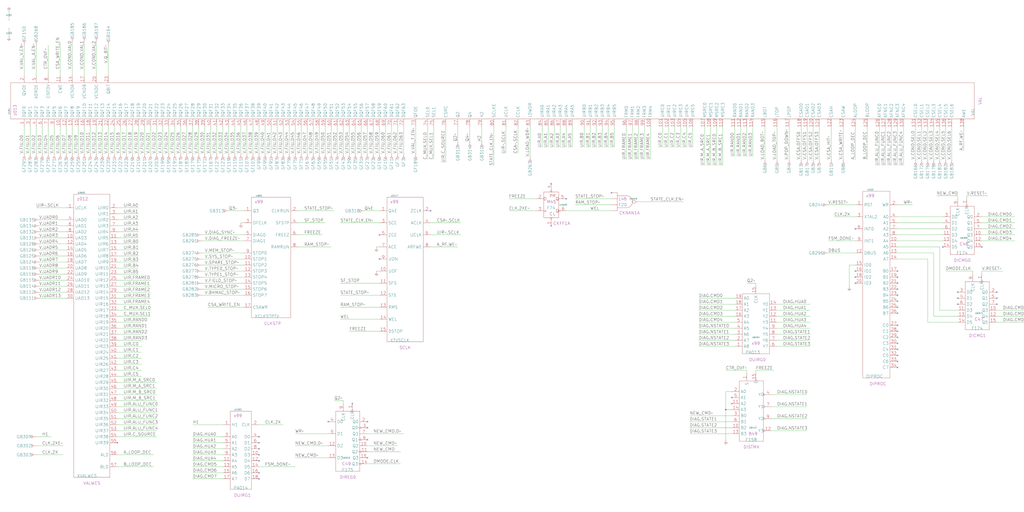
<source format=kicad_sch>
(kicad_sch (version 20230121) (generator eeschema)
  (paper "User" 863.6 431.8)
  (title_block (title "VAL Main"))
  (junction (at 612.14 345.44))
  (no_connect (at 756.92 233.68))
  (no_connect (at 840.74 256.54))
  (no_connect (at 297.18 340.36))
  (no_connect (at 756.92 228.6))
  (no_connect (at 756.92 294.64))
  (no_connect (at 617.22 335.28))
  (no_connect (at 309.88 360.68))
  (no_connect (at 276.86 355.6))
  (no_connect (at 828.04 208.28))
  (no_connect (at 320.04 198.12))
  (no_connect (at 756.92 238.76))
  (no_connect (at 363.22 177.8))
  (no_connect (at 756.92 304.8))
  (no_connect (at 756.92 264.16))
  (no_connect (at 807.72 256.54))
  (no_connect (at 721.36 233.68))
  (no_connect (at 309.88 386.08))
  (no_connect (at 218.44 403.86))
  (no_connect (at 309.88 355.6))
  (no_connect (at 756.92 309.88))
  (no_connect (at 721.36 238.76))
  (no_connect (at 721.36 193.04))
  (no_connect (at 218.44 383.54))
  (no_connect (at 840.74 251.46))
  (no_connect (at 721.36 228.6))
  (no_connect (at 756.92 243.84))
  (no_connect (at 756.92 274.32))
  (no_connect (at 807.72 246.38))
  (no_connect (at 756.92 254))
  (no_connect (at 218.44 398.78))
  (no_connect (at 218.44 373.38))
  (no_connect (at 218.44 388.62))
  (no_connect (at 807.72 251.46))
  (no_connect (at 617.22 340.36))
  (no_connect (at 756.92 259.08))
  (no_connect (at 320.04 218.44))
  (no_connect (at 99.06 373.38))
  (no_connect (at 464.82 190.5))
  (no_connect (at 464.82 154.94))
  (no_connect (at 840.74 246.38))
  (no_connect (at 477.52 167.64))
  (no_connect (at 309.88 370.84))
  (no_connect (at 218.44 368.3))
  (no_connect (at 756.92 248.92))
  (no_connect (at 218.44 378.46))
  (no_connect (at 756.92 284.48))
  (no_connect (at 756.92 279.4))
  (no_connect (at 795.02 208.28))
  (no_connect (at 756.92 299.72))
  (no_connect (at 756.92 289.56))
  (no_connect (at 515.62 162.56))
  (wire (pts (xy 502.92 124.46) (xy 502.92 106.68)))
  (wire (pts (xy 756.92 139.7) (xy 756.92 106.68)))
  (wire (pts (xy 589.28 287.02) (xy 619.76 287.02)))
  (wire (pts (xy 170.18 213.36) (xy 205.74 213.36)))
  (wire (pts (xy 55.88 251.46) (xy 33.02 251.46)))
  (wire (pts (xy 203.2 129.54) (xy 203.2 106.68)))
  (wire (pts (xy 756.92 187.96) (xy 795.02 187.96)))
  (wire (pts (xy 538.48 170.18) (xy 576.58 170.18)))
  (wire (pts (xy 25.4 129.54) (xy 25.4 106.68)))
  (wire (pts (xy 721.36 134.62) (xy 721.36 106.68)))
  (wire (pts (xy 307.34 177.8) (xy 320.04 177.8)))
  (wire (pts (xy 162.56 388.62) (xy 187.96 388.62)))
  (wire (pts (xy 251.46 187.96) (xy 274.32 187.96)))
  (wire (pts (xy 363.22 198.12) (xy 388.62 198.12)))
  (wire (pts (xy 248.92 375.92) (xy 276.86 375.92)))
  (wire (pts (xy 436.88 129.54) (xy 436.88 106.68)))
  (wire (pts (xy 467.36 124.46) (xy 467.36 106.68)))
  (wire (pts (xy 429.26 167.64) (xy 452.12 167.64)))
  (wire (pts (xy 325.12 129.54) (xy 325.12 106.68)))
  (wire (pts (xy 55.88 246.38) (xy 33.02 246.38)))
  (wire (pts (xy 162.56 378.46) (xy 187.96 378.46)))
  (wire (pts (xy 33.02 190.5) (xy 55.88 190.5)))
  (wire (pts (xy 650.24 363.22) (xy 680.72 363.22)))
  (wire (pts (xy 777.24 134.62) (xy 777.24 106.68)))
  (wire (pts (xy 162.56 129.54) (xy 162.56 106.68)))
  (wire (pts (xy 281.94 337.82) (xy 289.56 337.82)))
  (wire (pts (xy 581.66 350.52) (xy 617.22 350.52)))
  (wire (pts (xy 619.76 132.08) (xy 619.76 106.68)))
  (wire (pts (xy 716.28 223.52) (xy 721.36 223.52)))
  (wire (pts (xy 589.28 281.94) (xy 619.76 281.94)))
  (wire (pts (xy 299.72 129.54) (xy 299.72 106.68)))
  (wire (pts (xy 447.04 132.08) (xy 447.04 106.68)))
  (wire (pts (xy 309.88 375.92) (xy 335.28 375.92)))
  (wire (pts (xy 99.06 292.1) (xy 119.38 292.1)))
  (wire (pts (xy 248.92 365.76) (xy 276.86 365.76)))
  (wire (pts (xy 756.92 218.44) (xy 782.32 218.44)))
  (wire (pts (xy 756.92 182.88) (xy 795.02 182.88)))
  (wire (pts (xy 71.12 63.5) (xy 71.12 35.56)))
  (wire (pts (xy 162.56 373.38) (xy 187.96 373.38)))
  (wire (pts (xy 635 132.08) (xy 635 106.68)))
  (wire (pts (xy 289.56 129.54) (xy 289.56 106.68)))
  (wire (pts (xy 650.24 342.9) (xy 680.72 342.9)))
  (wire (pts (xy 218.44 393.7) (xy 248.92 393.7)))
  (wire (pts (xy 828.04 203.2) (xy 855.98 203.2)))
  (wire (pts (xy 698.5 213.36) (xy 721.36 213.36)))
  (wire (pts (xy 386.08 119.38) (xy 386.08 106.68)))
  (wire (pts (xy 762 139.7) (xy 762 106.68)))
  (wire (pts (xy 840.74 266.7) (xy 868.68 266.7)))
  (wire (pts (xy 111.76 129.54) (xy 111.76 106.68)))
  (wire (pts (xy 218.44 129.54) (xy 218.44 106.68)))
  (wire (pts (xy 604.52 139.7) (xy 604.52 106.68)))
  (wire (pts (xy 637.54 314.96) (xy 637.54 312.42)))
  (wire (pts (xy 7.62 10.16) (xy 7.62 12.7)))
  (wire (pts (xy 589.28 292.1) (xy 619.76 292.1)))
  (wire (pts (xy 198.12 129.54) (xy 198.12 106.68)))
  (wire (pts (xy 99.06 307.34) (xy 119.38 307.34)))
  (wire (pts (xy 182.88 129.54) (xy 182.88 106.68)))
  (wire (pts (xy 20.32 129.54) (xy 20.32 106.68)))
  (wire (pts (xy 147.32 129.54) (xy 147.32 106.68)))
  (wire (pts (xy 55.88 129.54) (xy 55.88 106.68)))
  (wire (pts (xy 99.06 358.14) (xy 132.08 358.14)))
  (wire (pts (xy 528.32 106.68) (xy 528.32 134.62)))
  (wire (pts (xy 99.06 327.66) (xy 132.08 327.66)))
  (wire (pts (xy 645.16 134.62) (xy 645.16 106.68)))
  (wire (pts (xy 756.92 172.72) (xy 769.62 172.72)))
  (wire (pts (xy 716.28 241.3) (xy 716.28 223.52)))
  (wire (pts (xy 223.52 129.54) (xy 223.52 106.68)))
  (wire (pts (xy 698.5 203.2) (xy 721.36 203.2)))
  (wire (pts (xy 71.12 129.54) (xy 71.12 106.68)))
  (wire (pts (xy 177.8 129.54) (xy 177.8 106.68)))
  (wire (pts (xy 228.6 129.54) (xy 228.6 106.68)))
  (wire (pts (xy 7.62 27.94) (xy 7.62 30.48)))
  (wire (pts (xy 581.66 355.6) (xy 617.22 355.6)))
  (wire (pts (xy 99.06 200.66) (xy 116.84 200.66)))
  (wire (pts (xy 33.02 231.14) (xy 55.88 231.14)))
  (wire (pts (xy 797.56 134.62) (xy 797.56 106.68)))
  (wire (pts (xy 99.06 190.5) (xy 116.84 190.5)))
  (wire (pts (xy 365.76 134.62) (xy 365.76 106.68)))
  (wire (pts (xy 665.48 134.62) (xy 665.48 106.68)))
  (wire (pts (xy 99.06 231.14) (xy 116.84 231.14)))
  (wire (pts (xy 99.06 368.3) (xy 132.08 368.3)))
  (wire (pts (xy 170.18 248.92) (xy 205.74 248.92)))
  (wire (pts (xy 33.02 215.9) (xy 55.88 215.9)))
  (wire (pts (xy 99.06 337.82) (xy 132.08 337.82)))
  (wire (pts (xy 99.06 195.58) (xy 116.84 195.58)))
  (wire (pts (xy 309.88 365.76) (xy 340.36 365.76)))
  (wire (pts (xy 137.16 129.54) (xy 137.16 106.68)))
  (wire (pts (xy 40.64 129.54) (xy 40.64 106.68)))
  (wire (pts (xy 30.48 368.3) (xy 43.18 368.3)))
  (wire (pts (xy 375.92 137.16) (xy 375.92 106.68)))
  (wire (pts (xy 416.56 139.7) (xy 416.56 106.68)))
  (wire (pts (xy 472.44 124.46) (xy 472.44 106.68)))
  (wire (pts (xy 363.22 208.28) (xy 386.08 208.28)))
  (wire (pts (xy 33.02 195.58) (xy 55.88 195.58)))
  (wire (pts (xy 350.52 106.68) (xy 350.52 129.54)))
  (wire (pts (xy 91.44 38.1) (xy 91.44 63.5)))
  (wire (pts (xy 828.04 193.04) (xy 855.98 193.04)))
  (wire (pts (xy 655.32 256.54) (xy 683.26 256.54)))
  (wire (pts (xy 792.48 261.62) (xy 807.72 261.62)))
  (wire (pts (xy 99.06 256.54) (xy 127 256.54)))
  (wire (pts (xy 629.92 238.76) (xy 637.54 238.76)))
  (wire (pts (xy 170.18 233.68) (xy 205.74 233.68)))
  (wire (pts (xy 581.66 365.76) (xy 617.22 365.76)))
  (wire (pts (xy 828.04 228.6) (xy 845.82 228.6)))
  (wire (pts (xy 756.92 208.28) (xy 792.48 208.28)))
  (wire (pts (xy 30.48 129.54) (xy 30.48 106.68)))
  (wire (pts (xy 617.22 330.2) (xy 612.14 330.2)))
  (wire (pts (xy 274.32 129.54) (xy 274.32 106.68)))
  (wire (pts (xy 170.18 218.44) (xy 205.74 218.44)))
  (wire (pts (xy 60.96 63.5) (xy 60.96 35.56)))
  (wire (pts (xy 167.64 129.54) (xy 167.64 106.68)))
  (wire (pts (xy 655.32 134.62) (xy 655.32 106.68)))
  (wire (pts (xy 462.28 124.46) (xy 462.28 106.68)))
  (wire (pts (xy 317.5 208.28) (xy 320.04 208.28)))
  (wire (pts (xy 756.92 203.2) (xy 795.02 203.2)))
  (wire (pts (xy 91.44 129.54) (xy 91.44 106.68)))
  (wire (pts (xy 594.36 139.7) (xy 594.36 106.68)))
  (wire (pts (xy 756.92 198.12) (xy 795.02 198.12)))
  (wire (pts (xy 558.8 124.46) (xy 558.8 106.68)))
  (wire (pts (xy 30.48 383.54) (xy 53.34 383.54)))
  (wire (pts (xy 335.28 129.54) (xy 335.28 106.68)))
  (wire (pts (xy 66.04 129.54) (xy 66.04 106.68)))
  (wire (pts (xy 701.04 134.62) (xy 701.04 106.68)))
  (wire (pts (xy 314.96 129.54) (xy 314.96 106.68)))
  (wire (pts (xy 650.24 353.06) (xy 680.72 353.06)))
  (wire (pts (xy 828.04 182.88) (xy 855.98 182.88)))
  (wire (pts (xy 81.28 63.5) (xy 81.28 35.56)))
  (wire (pts (xy 33.02 185.42) (xy 55.88 185.42)))
  (wire (pts (xy 655.32 266.7) (xy 683.26 266.7)))
  (wire (pts (xy 50.8 63.5) (xy 50.8 35.56)))
  (wire (pts (xy 637.54 238.76) (xy 637.54 241.3)))
  (wire (pts (xy 40.64 63.5) (xy 40.64 38.1)))
  (wire (pts (xy 101.6 129.54) (xy 101.6 106.68)))
  (wire (pts (xy 99.06 281.94) (xy 119.38 281.94)))
  (wire (pts (xy 259.08 129.54) (xy 259.08 106.68)))
  (wire (pts (xy 612.14 330.2) (xy 612.14 345.44)))
  (wire (pts (xy 685.8 134.62) (xy 685.8 106.68)))
  (wire (pts (xy 33.02 210.82) (xy 55.88 210.82)))
  (wire (pts (xy 787.4 266.7) (xy 787.4 213.36)))
  (wire (pts (xy 248.92 386.08) (xy 276.86 386.08)))
  (wire (pts (xy 99.06 215.9) (xy 116.84 215.9)))
  (wire (pts (xy 589.28 271.78) (xy 619.76 271.78)))
  (wire (pts (xy 269.24 129.54) (xy 269.24 106.68)))
  (wire (pts (xy 33.02 205.74) (xy 55.88 205.74)))
  (wire (pts (xy 612.14 345.44) (xy 612.14 370.84)))
  (wire (pts (xy 518.16 124.46) (xy 518.16 106.68)))
  (wire (pts (xy 655.32 271.78) (xy 683.26 271.78)))
  (wire (pts (xy 581.66 360.68) (xy 617.22 360.68)))
  (wire (pts (xy 238.76 129.54) (xy 238.76 106.68)))
  (wire (pts (xy 99.06 363.22) (xy 132.08 363.22)))
  (wire (pts (xy 287.02 187.96) (xy 320.04 187.96)))
  (wire (pts (xy 589.28 276.86) (xy 619.76 276.86)))
  (wire (pts (xy 655.32 261.62) (xy 683.26 261.62)))
  (wire (pts (xy 99.06 185.42) (xy 116.84 185.42)))
  (wire (pts (xy 807.72 167.64) (xy 807.72 165.1)))
  (wire (pts (xy 782.32 271.78) (xy 807.72 271.78)))
  (wire (pts (xy 251.46 177.8) (xy 281.94 177.8)))
  (wire (pts (xy 99.06 322.58) (xy 132.08 322.58)))
  (wire (pts (xy 406.4 119.38) (xy 406.4 106.68)))
  (wire (pts (xy 121.92 129.54) (xy 121.92 106.68)))
  (wire (pts (xy 815.34 165.1) (xy 833.12 165.1)))
  (wire (pts (xy 99.06 276.86) (xy 119.38 276.86)))
  (wire (pts (xy 309.88 391.16) (xy 337.82 391.16)))
  (wire (pts (xy 284.48 129.54) (xy 284.48 106.68)))
  (wire (pts (xy 213.36 129.54) (xy 213.36 106.68)))
  (wire (pts (xy 637.54 312.42) (xy 652.78 312.42)))
  (wire (pts (xy 599.44 139.7) (xy 599.44 106.68)))
  (wire (pts (xy 33.02 241.3) (xy 55.88 241.3)))
  (wire (pts (xy 35.56 129.54) (xy 35.56 106.68)))
  (wire (pts (xy 99.06 297.18) (xy 119.38 297.18)))
  (wire (pts (xy 264.16 129.54) (xy 264.16 106.68)))
  (wire (pts (xy 170.18 238.76) (xy 205.74 238.76)))
  (wire (pts (xy 533.4 106.68) (xy 533.4 134.62)))
  (wire (pts (xy 287.02 248.92) (xy 320.04 248.92)))
  (wire (pts (xy 426.72 129.54) (xy 426.72 106.68)))
  (wire (pts (xy 99.06 332.74) (xy 132.08 332.74)))
  (wire (pts (xy 116.84 129.54) (xy 116.84 106.68)))
  (wire (pts (xy 589.28 266.7) (xy 619.76 266.7)))
  (wire (pts (xy 584.2 124.46) (xy 584.2 106.68)))
  (wire (pts (xy 86.36 129.54) (xy 86.36 106.68)))
  (wire (pts (xy 589.28 261.62) (xy 619.76 261.62)))
  (wire (pts (xy 820.42 231.14) (xy 820.42 228.6)))
  (wire (pts (xy 515.62 172.72) (xy 485.14 172.72)))
  (wire (pts (xy 789.94 165.1) (xy 807.72 165.1)))
  (wire (pts (xy 309.88 381) (xy 337.82 381)))
  (wire (pts (xy 30.48 375.92) (xy 53.34 375.92)))
  (wire (pts (xy 828.04 187.96) (xy 855.98 187.96)))
  (wire (pts (xy 99.06 393.7) (xy 129.54 393.7)))
  (wire (pts (xy 162.56 368.3) (xy 187.96 368.3)))
  (wire (pts (xy 548.64 106.68) (xy 548.64 134.62)))
  (wire (pts (xy 99.06 205.74) (xy 116.84 205.74)))
  (wire (pts (xy 629.92 132.08) (xy 629.92 106.68)))
  (wire (pts (xy 33.02 220.98) (xy 55.88 220.98)))
  (wire (pts (xy 30.48 175.26) (xy 55.88 175.26)))
  (wire (pts (xy 33.02 200.66) (xy 55.88 200.66)))
  (wire (pts (xy 294.64 279.4) (xy 320.04 279.4)))
  (wire (pts (xy 99.06 271.78) (xy 119.38 271.78)))
  (wire (pts (xy 127 129.54) (xy 127 106.68)))
  (wire (pts (xy 396.24 119.38) (xy 396.24 106.68)))
  (wire (pts (xy 690.88 134.62) (xy 690.88 106.68)))
  (wire (pts (xy 782.32 218.44) (xy 782.32 271.78)))
  (wire (pts (xy 650.24 332.74) (xy 680.72 332.74)))
  (wire (pts (xy 840.74 271.78) (xy 868.68 271.78)))
  (wire (pts (xy 170.18 198.12) (xy 205.74 198.12)))
  (wire (pts (xy 787.4 134.62) (xy 787.4 106.68)))
  (wire (pts (xy 655.32 276.86) (xy 683.26 276.86)))
  (wire (pts (xy 609.6 139.7) (xy 609.6 106.68)))
  (wire (pts (xy 142.24 129.54) (xy 142.24 106.68)))
  (wire (pts (xy 193.04 129.54) (xy 193.04 106.68)))
  (wire (pts (xy 99.06 312.42) (xy 119.38 312.42)))
  (wire (pts (xy 99.06 226.06) (xy 116.84 226.06)))
  (wire (pts (xy 482.6 124.46) (xy 482.6 106.68)))
  (wire (pts (xy 751.84 139.7) (xy 751.84 106.68)))
  (wire (pts (xy 792.48 134.62) (xy 792.48 106.68)))
  (wire (pts (xy 828.04 231.14) (xy 828.04 228.6)))
  (wire (pts (xy 99.06 175.26) (xy 116.84 175.26)))
  (wire (pts (xy 492.76 124.46) (xy 492.76 106.68)))
  (wire (pts (xy 287.02 259.08) (xy 320.04 259.08)))
  (wire (pts (xy 99.06 287.02) (xy 119.38 287.02)))
  (wire (pts (xy 76.2 129.54) (xy 76.2 106.68)))
  (wire (pts (xy 497.84 124.46) (xy 497.84 106.68)))
  (wire (pts (xy 254 129.54) (xy 254 106.68)))
  (wire (pts (xy 99.06 220.98) (xy 116.84 220.98)))
  (wire (pts (xy 162.56 383.54) (xy 187.96 383.54)))
  (wire (pts (xy 20.32 63.5) (xy 20.32 38.1)))
  (wire (pts (xy 99.06 302.26) (xy 119.38 302.26)))
  (wire (pts (xy 797.56 228.6) (xy 820.42 228.6)))
  (wire (pts (xy 563.88 124.46) (xy 563.88 106.68)))
  (wire (pts (xy 787.4 266.7) (xy 807.72 266.7)))
  (wire (pts (xy 162.56 393.7) (xy 187.96 393.7)))
  (wire (pts (xy 172.72 129.54) (xy 172.72 106.68)))
  (wire (pts (xy 629.92 314.96) (xy 629.92 312.42)))
  (wire (pts (xy 170.18 243.84) (xy 205.74 243.84)))
  (wire (pts (xy 612.14 312.42) (xy 629.92 312.42)))
  (wire (pts (xy 429.26 177.8) (xy 452.12 177.8)))
  (wire (pts (xy 589.28 256.54) (xy 619.76 256.54)))
  (wire (pts (xy 106.68 129.54) (xy 106.68 106.68)))
  (wire (pts (xy 279.4 129.54) (xy 279.4 106.68)))
  (wire (pts (xy 170.18 223.52) (xy 205.74 223.52)))
  (wire (pts (xy 655.32 292.1) (xy 683.26 292.1)))
  (wire (pts (xy 132.08 129.54) (xy 132.08 106.68)))
  (wire (pts (xy 330.2 129.54) (xy 330.2 106.68)))
  (wire (pts (xy 815.34 165.1) (xy 815.34 167.64)))
  (wire (pts (xy 30.48 38.1) (xy 30.48 63.5)))
  (wire (pts (xy 99.06 383.54) (xy 129.54 383.54)))
  (wire (pts (xy 589.28 251.46) (xy 619.76 251.46)))
  (wire (pts (xy 340.36 129.54) (xy 340.36 106.68)))
  (wire (pts (xy 287.02 238.76) (xy 320.04 238.76)))
  (wire (pts (xy 320.04 129.54) (xy 320.04 106.68)))
  (wire (pts (xy 248.92 129.54) (xy 248.92 106.68)))
  (wire (pts (xy 741.68 139.7) (xy 741.68 106.68)))
  (wire (pts (xy 828.04 198.12) (xy 855.98 198.12)))
  (wire (pts (xy 99.06 347.98) (xy 132.08 347.98)))
  (wire (pts (xy 218.44 358.14) (xy 238.76 358.14)))
  (wire (pts (xy 96.52 129.54) (xy 96.52 106.68)))
  (wire (pts (xy 162.56 358.14) (xy 187.96 358.14)))
  (wire (pts (xy 33.02 236.22) (xy 55.88 236.22)))
  (wire (pts (xy 157.48 129.54) (xy 157.48 106.68)))
  (wire (pts (xy 99.06 251.46) (xy 127 251.46)))
  (wire (pts (xy 485.14 167.64) (xy 515.62 167.64)))
  (wire (pts (xy 574.04 124.46) (xy 574.04 106.68)))
  (wire (pts (xy 711.2 134.62) (xy 711.2 106.68)))
  (wire (pts (xy 477.52 177.8) (xy 515.62 177.8)))
  (wire (pts (xy 152.4 129.54) (xy 152.4 106.68)))
  (wire (pts (xy 543.56 106.68) (xy 543.56 134.62)))
  (wire (pts (xy 746.76 139.7) (xy 746.76 106.68)))
  (wire (pts (xy 675.64 134.62) (xy 675.64 106.68)))
  (wire (pts (xy 162.56 398.78) (xy 187.96 398.78)))
  (wire (pts (xy 612.14 345.44) (xy 617.22 345.44)))
  (wire (pts (xy 317.5 228.6) (xy 320.04 228.6)))
  (wire (pts (xy 304.8 129.54) (xy 304.8 106.68)))
  (wire (pts (xy 513.08 124.46) (xy 513.08 106.68)))
  (wire (pts (xy 309.88 129.54) (xy 309.88 106.68)))
  (wire (pts (xy 60.96 129.54) (xy 60.96 106.68)))
  (wire (pts (xy 756.92 193.04) (xy 795.02 193.04)))
  (wire (pts (xy 289.56 340.36) (xy 289.56 337.82)))
  (wire (pts (xy 508 124.46) (xy 508 106.68)))
  (wire (pts (xy 568.96 124.46) (xy 568.96 106.68)))
  (wire (pts (xy 33.02 226.06) (xy 55.88 226.06)))
  (wire (pts (xy 538.48 106.68) (xy 538.48 134.62)))
  (wire (pts (xy 792.48 208.28) (xy 792.48 261.62)))
  (wire (pts (xy 208.28 129.54) (xy 208.28 106.68)))
  (wire (pts (xy 457.2 124.46) (xy 457.2 106.68)))
  (wire (pts (xy 203.2 187.96) (xy 205.74 187.96)))
  (wire (pts (xy 99.06 342.9) (xy 132.08 342.9)))
  (wire (pts (xy 170.18 203.2) (xy 205.74 203.2)))
  (wire (pts (xy 363.22 187.96) (xy 388.62 187.96)))
  (wire (pts (xy 99.06 353.06) (xy 132.08 353.06)))
  (wire (pts (xy 251.46 198.12) (xy 271.78 198.12)))
  (wire (pts (xy 787.4 213.36) (xy 756.92 213.36)))
  (wire (pts (xy 251.46 208.28) (xy 279.4 208.28)))
  (wire (pts (xy 233.68 129.54) (xy 233.68 106.68)))
  (wire (pts (xy 287.02 269.24) (xy 320.04 269.24)))
  (wire (pts (xy 579.12 124.46) (xy 579.12 106.68)))
  (wire (pts (xy 99.06 317.5) (xy 119.38 317.5)))
  (wire (pts (xy 99.06 210.82) (xy 116.84 210.82)))
  (wire (pts (xy 772.16 134.62) (xy 772.16 106.68)))
  (wire (pts (xy 477.52 124.46) (xy 477.52 106.68)))
  (wire (pts (xy 655.32 281.94) (xy 683.26 281.94)))
  (wire (pts (xy 81.28 129.54) (xy 81.28 106.68)))
  (wire (pts (xy 294.64 129.54) (xy 294.64 106.68)))
  (wire (pts (xy 731.52 134.62) (xy 731.52 106.68)))
  (wire (pts (xy 782.32 134.62) (xy 782.32 106.68)))
  (wire (pts (xy 99.06 180.34) (xy 116.84 180.34)))
  (wire (pts (xy 187.96 129.54) (xy 187.96 106.68)))
  (wire (pts (xy 360.68 134.62) (xy 360.68 106.68)))
  (wire (pts (xy 99.06 246.38) (xy 127 246.38)))
  (wire (pts (xy 99.06 241.3) (xy 127 241.3)))
  (wire (pts (xy 170.18 228.6) (xy 205.74 228.6)))
  (wire (pts (xy 175.26 259.08) (xy 205.74 259.08)))
  (wire (pts (xy 655.32 287.02) (xy 683.26 287.02)))
  (wire (pts (xy 162.56 403.86) (xy 187.96 403.86)))
  (wire (pts (xy 243.84 129.54) (xy 243.84 106.68)))
  (wire (pts (xy 50.8 129.54) (xy 50.8 106.68)))
  (wire (pts (xy 680.72 134.62) (xy 680.72 106.68)))
  (wire (pts (xy 193.04 177.8) (xy 205.74 177.8)))
  (wire (pts (xy 45.72 129.54) (xy 45.72 106.68)))
  (wire (pts (xy 99.06 236.22) (xy 127 236.22)))
  (wire (pts (xy 703.58 182.88) (xy 721.36 182.88)))
  (wire (pts (xy 99.06 266.7) (xy 127 266.7)))
  (wire (pts (xy 812.8 106.68) (xy 812.8 127)))
  (wire (pts (xy 99.06 261.62) (xy 127 261.62)))
  (wire (pts (xy 624.84 132.08) (xy 624.84 106.68)))
  (wire (pts (xy 840.74 261.62) (xy 868.68 261.62)))
  (wire (pts (xy 802.64 134.62) (xy 802.64 106.68)))
  (wire (pts (xy 698.5 172.72) (xy 721.36 172.72)))
  (label "DIAG.CMD0" (at 589.28 251.46 0) (effects (font (size 2.54 2.54))))
  (label "DIAG.STATE2" (at 581.66 360.68 0) (effects (font (size 2.54 2.54))))
  (label "V.FIU.D49" (at 269.24 129.54 90) (effects (font (size 2.54 2.54))))
  (label "V.FIU.D27" (at 157.48 129.54 90) (effects (font (size 2.54 2.54))))
  (label "DIAG.STATE3" (at 660.4 292.1 0) (effects (font (size 2.54 2.54))))
  (label "V.FIU.D1" (at 25.4 129.54 90) (effects (font (size 2.54 2.54))))
  (label "UIR.B1" (at 497.84 124.46 90) (effects (font (size 2.54 2.54))))
  (label "V.FIU.D55" (at 299.72 129.54 90) (effects (font (size 2.54 2.54))))
  (label "DIAG.HUA4" (at 660.4 276.86 0) (effects (font (size 2.54 2.54))))
  (label "C_MUX.SEL0" (at 104.14 261.62 0) (effects (font (size 2.54 2.54))))
  (label "DIAG.NSTATE1" (at 655.32 342.9 0) (effects (font (size 2.54 2.54))))
  (label "STATE_CLK.EN~" (at 287.02 187.96 0) (effects (font (size 2.54 2.54))))
  (label "DIAG.NSTATE3" (at 589.28 292.1 0) (effects (font (size 2.54 2.54))))
  (label "UIR.RAND3" (at 635 132.08 90) (effects (font (size 2.54 2.54))))
  (label "DIAG.CMD7" (at 162.56 403.86 0) (effects (font (size 2.54 2.54))))
  (label "NEW_CMD.D~" (at 248.92 375.92 0) (effects (font (size 2.54 2.54))))
  (label "V.FIU.D51" (at 279.4 129.54 90) (effects (font (size 2.54 2.54))))
  (label "DIAG.CMD6" (at 845.82 266.7 0) (effects (font (size 2.54 2.54))))
  (label "DIAG.STATE1" (at 660.4 281.94 0) (effects (font (size 2.54 2.54))))
  (label "V.FIU.D20" (at 121.92 129.54 90) (effects (font (size 2.54 2.54))))
  (label "DIAG.CMD1" (at 833.12 187.96 0) (effects (font (size 2.54 2.54))))
  (label "UIR.A2" (at 104.14 185.42 0) (effects (font (size 2.54 2.54))))
  (label "Q2~" (at 629.92 238.76 0) (effects (font (size 2.54 2.54))))
  (label "V.FIU.D61" (at 330.2 129.54 90) (effects (font (size 2.54 2.54))))
  (label "V.FIU.D26" (at 152.4 129.54 90) (effects (font (size 2.54 2.54))))
  (label "H2" (at 406.4 119.38 90) (effects (font (size 2.54 2.54))))
  (label "V.UADR2" (at 33.02 195.58 0) (effects (font (size 2.54 2.54))))
  (label "V.FIU.D8" (at 60.96 129.54 90) (effects (font (size 2.54 2.54))))
  (label "UIR~.SCLK" (at 426.72 129.54 90) (effects (font (size 2.54 2.54))))
  (label "V.FIELD_STOP~" (at 172.72 238.76 0) (effects (font (size 2.54 2.54))))
  (label "V.UADR13" (at 33.02 251.46 0) (effects (font (size 2.54 2.54))))
  (label "Q2~" (at 281.94 337.82 0) (effects (font (size 2.54 2.54))))
  (label "DIAG.CMD2" (at 589.28 261.62 0) (effects (font (size 2.54 2.54))))
  (label "V.DIAG_FREEZE~" (at 172.72 203.2 0) (effects (font (size 2.54 2.54))))
  (label "V.BHMAC_STOP~" (at 172.72 248.92 0) (effects (font (size 2.54 2.54))))
  (label "UIR.B2" (at 104.14 215.9 0) (effects (font (size 2.54 2.54))))
  (label "STATE_STOP~" (at 256.54 177.8 0) (effects (font (size 2.54 2.54))))
  (label "DIAG.STATE1" (at 581.66 355.6 0) (effects (font (size 2.54 2.54))))
  (label "UIR.A4" (at 104.14 195.58 0) (effects (font (size 2.54 2.54))))
  (label "V.FIU.D45" (at 248.92 129.54 90) (effects (font (size 2.54 2.54))))
  (label "UIR.A5" (at 104.14 200.66 0) (effects (font (size 2.54 2.54))))
  (label "V.UADR5" (at 33.02 210.82 0) (effects (font (size 2.54 2.54))))
  (label "UIR.A4" (at 477.52 124.46 90) (effects (font (size 2.54 2.54))))
  (label "B_LOOP_DEC" (at 731.52 134.62 90) (effects (font (size 2.54 2.54))))
  (label "UIR.A2" (at 467.36 124.46 90) (effects (font (size 2.54 2.54))))
  (label "UIR.B2" (at 502.92 124.46 90) (effects (font (size 2.54 2.54))))
  (label "V.FIU.D12" (at 81.28 129.54 90) (effects (font (size 2.54 2.54))))
  (label "V.CSA.OFFS1" (at 680.72 134.62 90) (effects (font (size 2.54 2.54))))
  (label "V.RESET~" (at 698.5 172.72 0) (effects (font (size 2.54 2.54))))
  (label "DIAG.STATE2" (at 660.4 287.02 0) (effects (font (size 2.54 2.54))))
  (label "V.FIU.D14" (at 91.44 129.54 90) (effects (font (size 2.54 2.54))))
  (label "V.FIU.D17" (at 106.68 129.54 90) (effects (font (size 2.54 2.54))))
  (label "V.FIU.D15" (at 96.52 129.54 90) (effects (font (size 2.54 2.54))))
  (label "V.FIU.D41" (at 228.6 129.54 90) (effects (font (size 2.54 2.54))))
  (label "UIR.ALU_FUNC0" (at 741.68 139.7 90) (effects (font (size 2.54 2.54))))
  (label "DIAG.HUA2" (at 162.56 378.46 0) (effects (font (size 2.54 2.54))))
  (label "V.VAL_V.EN~" (at 20.32 58.42 90) (effects (font (size 2.54 2.54))))
  (label "V.COND.VAL1" (at 71.12 58.42 90) (effects (font (size 2.54 2.54))))
  (label "UIR.FRAME0" (at 104.14 236.22 0) (effects (font (size 2.54 2.54))))
  (label "DIAG.HUA0" (at 660.4 256.54 0) (effects (font (size 2.54 2.54))))
  (label "FREEZE" (at 637.54 312.42 0) (effects (font (size 2.54 2.54))))
  (label "V.FIU.D6" (at 50.8 129.54 90) (effects (font (size 2.54 2.54))))
  (label "UIR.B0" (at 104.14 205.74 0) (effects (font (size 2.54 2.54))))
  (label "UIR.ALU_FUNC1" (at 104.14 347.98 0) (effects (font (size 2.54 2.54))))
  (label "UIR.C0" (at 104.14 292.1 0) (effects (font (size 2.54 2.54))))
  (label "UIR.M_A_SRC1" (at 599.44 139.7 90) (effects (font (size 2.54 2.54))))
  (label "UIR.ALU_FUNC3" (at 104.14 358.14 0) (effects (font (size 2.54 2.54))))
  (label "Q4~" (at 396.24 119.38 90) (effects (font (size 2.54 2.54))))
  (label "V.FIU.D48" (at 264.16 129.54 90) (effects (font (size 2.54 2.54))))
  (label "V.FIU.D30" (at 172.72 129.54 90) (effects (font (size 2.54 2.54))))
  (label "UIR.FRAME4" (at 548.64 134.62 90) (effects (font (size 2.54 2.54))))
  (label "A_LOOP_DEC" (at 721.36 134.62 90) (effects (font (size 2.54 2.54))))
  (label "CLK.2XE~" (at 35.56 375.92 0) (effects (font (size 2.54 2.54))))
  (label "CSA_WRITE_EN" (at 50.8 58.42 90) (effects (font (size 2.54 2.54))))
  (label "V.FIU.D43" (at 238.76 129.54 90) (effects (font (size 2.54 2.54))))
  (label "DIAG.CMD1" (at 589.28 256.54 0) (effects (font (size 2.54 2.54))))
  (label "SF_STOP" (at 256.54 187.96 0) (effects (font (size 2.54 2.54))))
  (label "UIR.M_B_SRC1" (at 609.6 139.7 90) (effects (font (size 2.54 2.54))))
  (label "UIR.B0" (at 492.76 124.46 90) (effects (font (size 2.54 2.54))))
  (label "UIR.FRAME1" (at 104.14 241.3 0) (effects (font (size 2.54 2.54))))
  (label "STATE_CLK.EN~" (at 548.64 170.18 0) (effects (font (size 2.54 2.54))))
  (label "V.TYPE1_STOP~" (at 172.72 233.68 0) (effects (font (size 2.54 2.54))))
  (label "UIR.ALU_FUNC4" (at 762 139.7 90) (effects (font (size 2.54 2.54))))
  (label "CLK.2XE~" (at 429.26 177.8 0) (effects (font (size 2.54 2.54))))
  (label "V.VAL_A.EN~" (at 30.48 58.42 90) (effects (font (size 2.54 2.54))))
  (label "DIAG.CMD4" (at 589.28 271.78 0) (effects (font (size 2.54 2.54))))
  (label "CSA~.SCLK" (at 368.3 187.96 0) (effects (font (size 2.54 2.54))))
  (label "FSM_DONE~" (at 223.52 393.7 0) (effects (font (size 2.54 2.54))))
  (label "UIR.RAND3" (at 104.14 287.02 0) (effects (font (size 2.54 2.54))))
  (label "DBUS" (at 698.5 213.36 0) (effects (font (size 2.54 2.54))))
  (label "V.MEM_STOP~" (at 172.72 213.36 0) (effects (font (size 2.54 2.54))))
  (label "V.FIU.D40" (at 223.52 129.54 90) (effects (font (size 2.54 2.54))))
  (label "V.FIU.D4" (at 40.64 129.54 90) (effects (font (size 2.54 2.54))))
  (label "UIR.FRAME0" (at 528.32 134.62 90) (effects (font (size 2.54 2.54))))
  (label "V.FIU.D10" (at 71.12 129.54 90) (effects (font (size 2.54 2.54))))
  (label "UIR.C3" (at 104.14 307.34 0) (effects (font (size 2.54 2.54))))
  (label "DIAG.NSTATE2" (at 589.28 287.02 0) (effects (font (size 2.54 2.54))))
  (label "V.UADR7" (at 33.02 220.98 0) (effects (font (size 2.54 2.54))))
  (label "V.FIU.D18" (at 111.76 129.54 90) (effects (font (size 2.54 2.54))))
  (label "V.UADR11" (at 33.02 241.3 0) (effects (font (size 2.54 2.54))))
  (label "UIR.FRAME1" (at 533.4 134.62 90) (effects (font (size 2.54 2.54))))
  (label "V.FIU.D13" (at 86.36 129.54 90) (effects (font (size 2.54 2.54))))
  (label "UIR.M_B_SRC0" (at 604.52 139.7 90) (effects (font (size 2.54 2.54))))
  (label "V.FIU.D58" (at 314.96 129.54 90) (effects (font (size 2.54 2.54))))
  (label "V.FIU.D16" (at 101.6 129.54 90) (effects (font (size 2.54 2.54))))
  (label "UIR.RAND2" (at 629.92 132.08 90) (effects (font (size 2.54 2.54))))
  (label "DIAG.CMD3" (at 589.28 266.7 0) (effects (font (size 2.54 2.54))))
  (label "UIR~.SCLK" (at 30.48 175.26 0) (effects (font (size 2.54 2.54))))
  (label "DIAG.HUA3" (at 660.4 271.78 0) (effects (font (size 2.54 2.54))))
  (label "V.COND.SEL2" (at 782.32 134.62 90) (effects (font (size 2.54 2.54))))
  (label "UIR.ALU_FUNC2" (at 751.84 139.7 90) (effects (font (size 2.54 2.54))))
  (label "UIR.C1" (at 563.88 124.46 90) (effects (font (size 2.54 2.54))))
  (label "V.FIU.D53" (at 289.56 129.54 90) (effects (font (size 2.54 2.54))))
  (label "UIR.ALU_FUNC2" (at 104.14 353.06 0) (effects (font (size 2.54 2.54))))
  (label "FREEZE" (at 294.64 279.4 0) (effects (font (size 2.54 2.54))))
  (label "V.CSA.OFFS3" (at 690.88 134.62 90) (effects (font (size 2.54 2.54))))
  (label "V.FIU.D31" (at 177.8 129.54 90) (effects (font (size 2.54 2.54))))
  (label "WEL" (at 287.02 269.24 0) (effects (font (size 2.54 2.54))))
  (label "V.RESET~" (at 828.04 228.6 0) (effects (font (size 2.54 2.54))))
  (label "DIAG.HUA2" (at 660.4 266.7 0) (effects (font (size 2.54 2.54))))
  (label "V.UADR8" (at 33.02 226.06 0) (effects (font (size 2.54 2.54))))
  (label "V.FIU.D56" (at 304.8 129.54 90) (effects (font (size 2.54 2.54))))
  (label "V.COND.SEL6" (at 802.64 134.62 90) (effects (font (size 2.54 2.54))))
  (label "V.FIU.D19" (at 116.84 129.54 90) (effects (font (size 2.54 2.54))))
  (label "V.FIU.D23" (at 137.16 129.54 90) (effects (font (size 2.54 2.54))))
  (label "V.FIU.D28" (at 162.56 129.54 90) (effects (font (size 2.54 2.54))))
  (label "UIR.C2" (at 104.14 302.26 0) (effects (font (size 2.54 2.54))))
  (label "UIR.C4" (at 104.14 312.42 0) (effects (font (size 2.54 2.54))))
  (label "V.FIU.D38" (at 213.36 129.54 90) (effects (font (size 2.54 2.54))))
  (label "V.FIU.D59" (at 320.04 129.54 90) (effects (font (size 2.54 2.54))))
  (label "SF_STOP" (at 287.02 238.76 0) (effects (font (size 2.54 2.54))))
  (label "NEW_CMD~" (at 314.96 375.92 0) (effects (font (size 2.54 2.54))))
  (label "CTR_OVF~" (at 612.14 312.42 0) (effects (font (size 2.54 2.54))))
  (label "UIR.FRAME3" (at 543.56 134.62 90) (effects (font (size 2.54 2.54))))
  (label "DIAG.HUA1" (at 660.4 261.62 0) (effects (font (size 2.54 2.54))))
  (label "V.FIU.D57" (at 309.88 129.54 90) (effects (font (size 2.54 2.54))))
  (label "UIR.RAND1" (at 624.84 132.08 90) (effects (font (size 2.54 2.54))))
  (label "V.COND.VAL2" (at 81.28 58.42 90) (effects (font (size 2.54 2.54))))
  (label "FREEZE" (at 256.54 198.12 0) (effects (font (size 2.54 2.54))))
  (label "DIAG.CMD2" (at 833.12 193.04 0) (effects (font (size 2.54 2.54))))
  (label "V.FIU.D2" (at 30.48 129.54 90) (effects (font (size 2.54 2.54))))
  (label "DIAG.CMD6" (at 162.56 398.78 0) (effects (font (size 2.54 2.54))))
  (label "V.FIU.D47" (at 259.08 129.54 90) (effects (font (size 2.54 2.54))))
  (label "C_MUX.SEL1" (at 104.14 266.7 0) (effects (font (size 2.54 2.54))))
  (label "V.SPARE_STOP~" (at 172.72 223.52 0) (effects (font (size 2.54 2.54))))
  (label "V.VAL_F.EN~" (at 350.52 129.54 90) (effects (font (size 2.54 2.54))))
  (label "DIAG.NSTATE2" (at 655.32 353.06 0) (effects (font (size 2.54 2.54))))
  (label "V.FIU.D63" (at 340.36 129.54 90) (effects (font (size 2.54 2.54))))
  (label "V.FIU.D22" (at 132.08 129.54 90) (effects (font (size 2.54 2.54))))
  (label "V.FIU.D21" (at 127 129.54 90) (effects (font (size 2.54 2.54))))
  (label "UIR.ALU_FUNC3" (at 756.92 139.7 90) (effects (font (size 2.54 2.54))))
  (label "V.CSA.OFFS2" (at 685.8 134.62 90) (effects (font (size 2.54 2.54))))
  (label "V.FIU.D54" (at 294.64 129.54 90) (effects (font (size 2.54 2.54))))
  (label "DIAG.CMD5" (at 162.56 393.7 0) (effects (font (size 2.54 2.54))))
  (label "UIR.A5" (at 482.6 124.46 90) (effects (font (size 2.54 2.54))))
  (label "V.FIU.D44" (at 243.84 129.54 90) (effects (font (size 2.54 2.54))))
  (label "UIR.A0" (at 457.2 124.46 90) (effects (font (size 2.54 2.54))))
  (label "V.FIU.D42" (at 233.68 129.54 90) (effects (font (size 2.54 2.54))))
  (label "UIR.RAND0" (at 619.76 132.08 90) (effects (font (size 2.54 2.54))))
  (label "UIR.A1" (at 462.28 124.46 90) (effects (font (size 2.54 2.54))))
  (label "V.FIU.D60" (at 325.12 129.54 90) (effects (font (size 2.54 2.54))))
  (label "CLK.2X" (at 35.56 383.54 0) (effects (font (size 2.54 2.54))))
  (label "NEW_CMD" (at 314.96 381 0) (effects (font (size 2.54 2.54))))
  (label "UIR~.SCLK" (at 368.3 198.12 0) (effects (font (size 2.54 2.54))))
  (label "WR~" (at 762 172.72 0) (effects (font (size 2.54 2.54))))
  (label "V.FIU.D7" (at 55.88 129.54 90) (effects (font (size 2.54 2.54))))
  (label "STATE_STOP~" (at 287.02 248.92 0) (effects (font (size 2.54 2.54))))
  (label "V.UADR1" (at 33.02 190.5 0) (effects (font (size 2.54 2.54))))
  (label "UIR.FRAME4" (at 104.14 256.54 0) (effects (font (size 2.54 2.54))))
  (label "DIAG.NSTATE3" (at 655.32 363.22 0) (effects (font (size 2.54 2.54))))
  (label "V.FIU.D29" (at 167.64 129.54 90) (effects (font (size 2.54 2.54))))
  (label "V.MICRO_STOP~" (at 172.72 243.84 0) (effects (font (size 2.54 2.54))))
  (label "V.FIU.D34" (at 193.04 129.54 90) (effects (font (size 2.54 2.54))))
  (label "UIR.C2" (at 568.96 124.46 90) (effects (font (size 2.54 2.54))))
  (label "DIAG.CMD3" (at 833.12 198.12 0) (effects (font (size 2.54 2.54))))
  (label "UIR.B5" (at 104.14 231.14 0) (effects (font (size 2.54 2.54))))
  (label "H1" (at 162.56 358.14 0) (effects (font (size 2.54 2.54))))
  (label "V.FIU.D32" (at 182.88 129.54 90) (effects (font (size 2.54 2.54))))
  (label "UIR.ALU_FUNC0" (at 104.14 342.9 0) (effects (font (size 2.54 2.54))))
  (label "UIR.C0" (at 558.8 124.46 90) (effects (font (size 2.54 2.54))))
  (label "RAM_STOP~" (at 485.14 172.72 0) (effects (font (size 2.54 2.54))))
  (label "V.LOAD_BOT~" (at 645.16 134.62 90) (effects (font (size 2.54 2.54))))
  (label "UIR.B3" (at 104.14 220.98 0) (effects (font (size 2.54 2.54))))
  (label "H1" (at 35.56 368.3 0) (effects (font (size 2.54 2.54))))
  (label "DIAG.CMD0" (at 833.12 182.88 0) (effects (font (size 2.54 2.54))))
  (label "V.FIU.D62" (at 335.28 129.54 90) (effects (font (size 2.54 2.54))))
  (label "NEW_CMD~" (at 581.66 350.52 0) (effects (font (size 2.54 2.54))))
  (label "NEW_CMD" (at 789.94 165.1 0) (effects (font (size 2.54 2.54))))
  (label "V.FIU.D50" (at 274.32 129.54 90) (effects (font (size 2.54 2.54))))
  (label "DIAG.NSTATE1" (at 589.28 281.94 0) (effects (font (size 2.54 2.54))))
  (label "UIR.A1" (at 104.14 180.34 0) (effects (font (size 2.54 2.54))))
  (label "UIR.B1" (at 104.14 210.82 0) (effects (font (size 2.54 2.54))))
  (label "DIAG.HUA1" (at 162.56 373.38 0) (effects (font (size 2.54 2.54))))
  (label "Q4E" (at 307.34 177.8 0) (effects (font (size 2.54 2.54))))
  (label "UIR.M_A_SRC0" (at 104.14 322.58 0) (effects (font (size 2.54 2.54))))
  (label "DIAG.CMD4" (at 833.12 203.2 0) (effects (font (size 2.54 2.54))))
  (label "DIAG.STATE3" (at 581.66 365.76 0) (effects (font (size 2.54 2.54))))
  (label "WR~" (at 248.92 365.76 0) (effects (font (size 2.54 2.54))))
  (label "NEW_CMD~" (at 248.92 386.08 0) (effects (font (size 2.54 2.54))))
  (label "UIR.M_B_SRC0" (at 104.14 332.74 0) (effects (font (size 2.54 2.54))))
  (label "V.FIU.D9" (at 66.04 129.54 90) (effects (font (size 2.54 2.54))))
  (label "V.FIU.D25" (at 147.32 129.54 90) (effects (font (size 2.54 2.54))))
  (label "FSM_DONE~" (at 698.5 203.2 0) (effects (font (size 2.54 2.54))))
  (label "UIR.RAND0" (at 104.14 271.78 0) (effects (font (size 2.54 2.54))))
  (label "V.FIU.D39" (at 218.44 129.54 90) (effects (font (size 2.54 2.54))))
  (label "V.FIU.D52" (at 284.48 129.54 90) (effects (font (size 2.54 2.54))))
  (label "DIAG.HUA0" (at 162.56 368.3 0) (effects (font (size 2.54 2.54))))
  (label "UIR.ALU_FUNC1" (at 746.76 139.7 90) (effects (font (size 2.54 2.54))))
  (label "UIR.M_A_SRC1" (at 104.14 327.66 0) (effects (font (size 2.54 2.54))))
  (label "V.UADR9" (at 33.02 231.14 0) (effects (font (size 2.54 2.54))))
  (label "UIR.B4" (at 513.08 124.46 90) (effects (font (size 2.54 2.54))))
  (label "UIR.C_SOURCE" (at 375.92 137.16 90) (effects (font (size 2.54 2.54))))
  (label "UIR.RAND1" (at 104.14 276.86 0) (effects (font (size 2.54 2.54))))
  (label "C_MUX.SEL1" (at 365.76 134.62 90) (effects (font (size 2.54 2.54))))
  (label "UIR.M_B_SRC1" (at 104.14 337.82 0) (effects (font (size 2.54 2.54))))
  (label "A_LOOP_DEC" (at 104.14 383.54 0) (effects (font (size 2.54 2.54))))
  (label "UIR.C3" (at 574.04 124.46 90) (effects (font (size 2.54 2.54))))
  (label "V.FIU.D0" (at 20.32 129.54 90) (effects (font (size 2.54 2.54))))
  (label "V.UADR10" (at 33.02 236.22 0) (effects (font (size 2.54 2.54))))
  (label "UIR.B5" (at 518.16 124.46 90) (effects (font (size 2.54 2.54))))
  (label "V.UADR12" (at 33.02 246.38 0) (effects (font (size 2.54 2.54))))
  (label "V.FIU.D37" (at 208.28 129.54 90) (effects (font (size 2.54 2.54))))
  (label "A_RF.WE~" (at 368.3 208.28 0) (effects (font (size 2.54 2.54))))
  (label "V.POP_DOWN~" (at 665.48 134.62 90) (effects (font (size 2.54 2.54))))
  (label "V.COND.SEL1" (at 777.24 134.62 90) (effects (font (size 2.54 2.54))))
  (label "V.COND.VAL0" (at 60.96 58.42 90) (effects (font (size 2.54 2.54))))
  (label "DIAG.CMD5" (at 845.82 261.62 0) (effects (font (size 2.54 2.54))))
  (label "CTR_OVF~" (at 40.64 58.42 90) (effects (font (size 2.54 2.54))))
  (label "DIAG.NSTATE0" (at 655.32 332.74 0) (effects (font (size 2.54 2.54))))
  (label "CSA~.SCLK" (at 436.88 129.54 90) (effects (font (size 2.54 2.54))))
  (label "UIR.B4" (at 104.14 226.06 0) (effects (font (size 2.54 2.54))))
  (label "B_LOOP_DEC" (at 104.14 393.7 0) (effects (font (size 2.54 2.54))))
  (label "V.FIU.D11" (at 76.2 129.54 90) (effects (font (size 2.54 2.54))))
  (label "UIR.FRAME2" (at 104.14 246.38 0) (effects (font (size 2.54 2.54))))
  (label "UIR.A3" (at 104.14 190.5 0) (effects (font (size 2.54 2.54))))
  (label "DIAG.CMD7" (at 845.82 271.78 0) (effects (font (size 2.54 2.54))))
  (label "DMODE.CLK" (at 314.96 391.16 0) (effects (font (size 2.54 2.54))))
  (label "WEL" (at 497.84 177.8 0) (effects (font (size 2.54 2.54))))
  (label "V.CSA_HIT~" (at 701.04 134.62 90) (effects (font (size 2.54 2.54))))
  (label "UIR.FRAME2" (at 538.48 134.62 90) (effects (font (size 2.54 2.54))))
  (label "V.FIU.D46" (at 254 129.54 90) (effects (font (size 2.54 2.54))))
  (label "V.DIAG_SYNC~" (at 172.72 198.12 0) (effects (font (size 2.54 2.54))))
  (label "V.FIU.D24" (at 142.24 129.54 90) (effects (font (size 2.54 2.54))))
  (label "V.CSA.OFFS0" (at 675.64 134.62 90) (effects (font (size 2.54 2.54))))
  (label "CLK.2X" (at 223.52 358.14 0) (effects (font (size 2.54 2.54))))
  (label "UIR.RAND2" (at 104.14 281.94 0) (effects (font (size 2.54 2.54))))
  (label "UIR.FRAME3" (at 104.14 251.46 0) (effects (font (size 2.54 2.54))))
  (label "V.FIU.D35" (at 198.12 129.54 90) (effects (font (size 2.54 2.54))))
  (label "V.UADR3" (at 33.02 200.66 0) (effects (font (size 2.54 2.54))))
  (label "V.COND.SEL5" (at 797.56 134.62 90) (effects (font (size 2.54 2.54))))
  (label "V.FIU.D36" (at 203.2 129.54 90) (effects (font (size 2.54 2.54))))
  (label "NEW_CMD.D~" (at 314.96 365.76 0) (effects (font (size 2.54 2.54))))
  (label "V.LOAD_TOP~" (at 655.32 134.62 90) (effects (font (size 2.54 2.54))))
  (label "CLK.2X" (at 703.58 182.88 0) (effects (font (size 2.54 2.54))))
  (label "UIR.A0" (at 104.14 175.26 0) (effects (font (size 2.54 2.54))))
  (label "V.COND.SEL4" (at 792.48 134.62 90) (effects (font (size 2.54 2.54))))
  (label "RAM_STOP~" (at 287.02 259.08 0) (effects (font (size 2.54 2.54))))
  (label "UIR.C_SOURCE" (at 104.14 368.3 0) (effects (font (size 2.54 2.54))))
  (label "Q3~" (at 193.04 177.8 0) (effects (font (size 2.54 2.54))))
  (label "DMODE.CLK" (at 797.56 228.6 0) (effects (font (size 2.54 2.54))))
  (label "C_MUX.SEL0" (at 360.68 134.62 90) (effects (font (size 2.54 2.54))))
  (label "STATE_CLK.EN~" (at 416.56 139.7 90) (effects (font (size 2.54 2.54))))
  (label "V.TYPE0_STOP~" (at 172.72 228.6 0) (effects (font (size 2.54 2.54))))
  (label "UIR.M_A_SRC0" (at 594.36 139.7 90) (effects (font (size 2.54 2.54))))
  (label "V.COND.SEL0" (at 772.16 134.62 90) (effects (font (size 2.54 2.54))))
  (label "V.FIU.D5" (at 45.72 129.54 90) (effects (font (size 2.54 2.54))))
  (label "UIR.ALU_FUNC4" (at 104.14 363.22 0) (effects (font (size 2.54 2.54))))
  (label "Q2~" (at 386.08 119.38 90) (effects (font (size 2.54 2.54))))
  (label "DIAG.NSTATE0" (at 589.28 276.86 0) (effects (font (size 2.54 2.54))))
  (label "UIR.C5" (at 104.14 317.5 0) (effects (font (size 2.54 2.54))))
  (label "UIR.C5" (at 584.2 124.46 90) (effects (font (size 2.54 2.54))))
  (label "RAM_STOP~" (at 256.54 208.28 0) (effects (font (size 2.54 2.54))))
  (label "UIR.A3" (at 472.44 124.46 90) (effects (font (size 2.54 2.54))))
  (label "V.LOAD_WDR~" (at 447.04 132.08 90) (effects (font (size 2.54 2.54))))
  (label "STATE_STOP~" (at 485.14 167.64 0) (effects (font (size 2.54 2.54))))
  (label "V.UADR4" (at 33.02 205.74 0) (effects (font (size 2.54 2.54))))
  (label "UIR.C4" (at 579.12 124.46 90) (effects (font (size 2.54 2.54))))
  (label "UIR.C1" (at 104.14 297.18 0) (effects (font (size 2.54 2.54))))
  (label "FREEZE" (at 429.26 167.64 0) (effects (font (size 2.54 2.54))))
  (label "V.FIU.D3" (at 35.56 129.54 90) (effects (font (size 2.54 2.54))))
  (label "UIR.B3" (at 508 124.46 90) (effects (font (size 2.54 2.54))))
  (label "CSA_WRITE_EN" (at 175.26 259.08 0) (effects (font (size 2.54 2.54))))
  (label "A_RF.WE~" (at 812.8 127 90) (effects (font (size 2.54 2.54))))
  (label "DIAG.HUA4" (at 162.56 388.62 0) (effects (font (size 2.54 2.54))))
  (label "V.CSA_WRITE~" (at 711.2 134.62 90) (effects (font (size 2.54 2.54))))
  (label "V.RESET~" (at 815.34 165.1 0) (effects (font (size 2.54 2.54))))
  (label "V.SYS_STOP~" (at 172.72 218.44 0) (effects (font (size 2.54 2.54))))
  (label "V.Q_BIT~" (at 91.44 53.34 90) (effects (font (size 2.54 2.54))))
  (label "V.COND.SEL3" (at 787.4 134.62 90) (effects (font (size 2.54 2.54))))
  (label "DIAG.HUA3" (at 162.56 383.54 0) (effects (font (size 2.54 2.54))))
  (label "V.UADR0" (at 33.02 185.42 0) (effects (font (size 2.54 2.54))))
  (label "V.UADR6" (at 33.02 215.9 0) (effects (font (size 2.54 2.54))))
  (label "V.FIU.D33" (at 187.96 129.54 90) (effects (font (size 2.54 2.54))))
  (symbol (lib_id "r1000:GB") (at 33.02 220.98 0) (mirror y) (unit 1)
    (property "Reference" "GB124" (at 29.21 220.98 0) (effects (font (size 2.54 2.54)) (justify left)))
    (property "Value" "GB" (effects hide))
  )
  (symbol (lib_id "r1000:GF") (at 137.16 129.54 90) (mirror x) (unit 1)
    (property "Reference" "GF199" (at 137.16 133.35 0) (effects (font (size 2.54 2.54)) (justify left)))
    (property "Value" "GF" (effects hide))
  )
  (symbol (lib_id "r1000:GB") (at 307.34 177.8 0) (mirror y) (unit 1)
    (property "Reference" "GB318" (at 303.53 177.8 0) (effects (font (size 2.54 2.54)) (justify left)))
    (property "Value" "GB" (effects hide))
  )
  (symbol (lib_id "r1000:GB") (at 170.18 228.6 0) (mirror y) (unit 1)
    (property "Reference" "GB277" (at 166.37 228.6 0) (effects (font (size 2.54 2.54)) (justify left)))
    (property "Value" "GB" (effects hide))
  )
  (symbol (lib_id "r1000:GB") (at 30.48 368.3 0) (mirror y) (unit 1)
    (property "Reference" "GB309" (at 26.67 368.3 0) (effects (font (size 2.54 2.54)) (justify left)))
    (property "Value" "GB" (effects hide))
  )
  (symbol (lib_id "r1000:GB") (at 30.48 38.1 90) (unit 1)
    (property "Reference" "GB268" (at 30.48 34.29 0) (effects (font (size 2.54 2.54)) (justify left)))
    (property "Value" "GB" (effects hide))
  )
  (symbol (lib_id "r1000:GB") (at 71.12 35.56 90) (unit 1)
    (property "Reference" "GB186" (at 71.12 31.75 0) (effects (font (size 2.54 2.54)) (justify left)))
    (property "Value" "GB" (effects hide))
  )
  (symbol (lib_id "r1000:GF") (at 203.2 129.54 90) (mirror x) (unit 1)
    (property "Reference" "GF111" (at 203.2 133.35 0) (effects (font (size 2.54 2.54)) (justify left)))
    (property "Value" "GF" (effects hide))
  )
  (symbol (lib_id "r1000:GB") (at 777.24 134.62 90) (mirror x) (unit 1)
    (property "Reference" "GB172" (at 777.24 138.43 0) (effects (font (size 2.54 2.54)) (justify left)))
    (property "Value" "GB" (effects hide))
  )
  (symbol (lib_id "r1000:GB") (at 772.16 134.62 90) (mirror x) (unit 1)
    (property "Reference" "GB166" (at 772.16 138.43 0) (effects (font (size 2.54 2.54)) (justify left)))
    (property "Value" "GB" (effects hide))
  )
  (symbol (lib_id "r1000:GF") (at 198.12 129.54 90) (mirror x) (unit 1)
    (property "Reference" "GF115" (at 198.12 133.35 0) (effects (font (size 2.54 2.54)) (justify left)))
    (property "Value" "GF" (effects hide))
  )
  (symbol (lib_id "r1000:GB") (at 170.18 223.52 0) (mirror y) (unit 1)
    (property "Reference" "GB276" (at 166.37 223.52 0) (effects (font (size 2.54 2.54)) (justify left)))
    (property "Value" "GB" (effects hide))
  )
  (symbol (lib_id "r1000:GF") (at 142.24 129.54 90) (mirror x) (unit 1)
    (property "Reference" "GF195" (at 142.24 133.35 0) (effects (font (size 2.54 2.54)) (justify left)))
    (property "Value" "GF" (effects hide))
  )
  (symbol (lib_id "r1000:GF") (at 162.56 129.54 90) (mirror x) (unit 1)
    (property "Reference" "GF179" (at 162.56 133.35 0) (effects (font (size 2.54 2.54)) (justify left)))
    (property "Value" "GF" (effects hide))
  )
  (symbol (lib_id "r1000:GF") (at 187.96 129.54 90) (mirror x) (unit 1)
    (property "Reference" "GF123" (at 187.96 133.35 0) (effects (font (size 2.54 2.54)) (justify left)))
    (property "Value" "GF" (effects hide))
  )
  (symbol (lib_id "r1000:GF") (at 350.52 129.54 90) (mirror x) (unit 1)
    (property "Reference" "GF189" (at 350.52 133.35 0) (effects (font (size 2.54 2.54)) (justify left)))
    (property "Value" "GF" (effects hide))
  )
  (symbol (lib_id "r1000:GF") (at 279.4 129.54 90) (mirror x) (unit 1)
    (property "Reference" "GF51" (at 279.4 133.35 0) (effects (font (size 2.54 2.54)) (justify left)))
    (property "Value" "GF" (effects hide))
  )
  (symbol (lib_id "r1000:GF") (at 320.04 129.54 90) (mirror x) (unit 1)
    (property "Reference" "GF19" (at 320.04 133.35 0) (effects (font (size 2.54 2.54)) (justify left)))
    (property "Value" "GF" (effects hide))
  )
  (symbol (lib_id "r1000:DIPROC") (at 731.52 165.1 0) (unit 1)
    (property "Reference" "U103" (at 734.06 160.02 0))
    (property "Value" "DIPROC" (at 730.25 317.5 0) (effects (font (size 2.54 2.54)) (justify left)))
    (property "Location" "x99" (at 730.25 165.1 0) (effects (font (size 2.54 2.54)) (justify left)))
    (property "Name" "DIPROC" (at 740.41 325.12 0) (effects (font (size 2.54 2.54)) (justify bottom)))
  )
  (symbol (lib_id "r1000:GF") (at 284.48 129.54 90) (mirror x) (unit 1)
    (property "Reference" "GF47" (at 284.48 133.35 0) (effects (font (size 2.54 2.54)) (justify left)))
    (property "Value" "GF" (effects hide))
  )
  (symbol (lib_id "r1000:GB") (at 193.04 177.8 0) (mirror y) (unit 1)
    (property "Reference" "GB313" (at 189.23 177.8 0) (effects (font (size 2.54 2.54)) (justify left)))
    (property "Value" "GB" (effects hide))
  )
  (symbol (lib_id "r1000:GF") (at 289.56 129.54 90) (mirror x) (unit 1)
    (property "Reference" "GF43" (at 289.56 133.35 0) (effects (font (size 2.54 2.54)) (justify left)))
    (property "Value" "GF" (effects hide))
  )
  (symbol (lib_id "r1000:GB") (at 447.04 132.08 90) (mirror x) (unit 1)
    (property "Reference" "GB263" (at 447.04 135.89 0) (effects (font (size 2.54 2.54)) (justify left)))
    (property "Value" "GB" (effects hide))
  )
  (symbol (lib_id "r1000:GB") (at 33.02 210.82 0) (mirror y) (unit 1)
    (property "Reference" "GB126" (at 29.21 210.82 0) (effects (font (size 2.54 2.54)) (justify left)))
    (property "Value" "GB" (effects hide))
  )
  (symbol (lib_id "r1000:GB") (at 33.02 200.66 0) (mirror y) (unit 1)
    (property "Reference" "GB131" (at 29.21 200.66 0) (effects (font (size 2.54 2.54)) (justify left)))
    (property "Value" "GB" (effects hide))
  )
  (symbol (lib_id "r1000:GB") (at 701.04 134.62 90) (mirror x) (unit 1)
    (property "Reference" "GB11" (at 701.04 138.43 0) (effects (font (size 2.54 2.54)) (justify left)))
    (property "Value" "GB" (effects hide))
  )
  (symbol (lib_id "r1000:GB") (at 396.24 119.38 90) (mirror x) (unit 1)
    (property "Reference" "GB314" (at 396.24 123.19 0) (effects (font (size 2.54 2.54)) (justify left)))
    (property "Value" "GB" (effects hide))
  )
  (symbol (lib_id "r1000:GF") (at 60.96 129.54 90) (mirror x) (unit 1)
    (property "Reference" "GF259" (at 60.96 133.35 0) (effects (font (size 2.54 2.54)) (justify left)))
    (property "Value" "GF" (effects hide))
  )
  (symbol (lib_id "r1000:GF") (at 208.28 129.54 90) (mirror x) (unit 1)
    (property "Reference" "GF107" (at 208.28 133.35 0) (effects (font (size 2.54 2.54)) (justify left)))
    (property "Value" "GF" (effects hide))
  )
  (symbol (lib_id "r1000:GB") (at 787.4 134.62 90) (mirror x) (unit 1)
    (property "Reference" "GB178" (at 787.4 138.43 0) (effects (font (size 2.54 2.54)) (justify left)))
    (property "Value" "GB" (effects hide))
  )
  (symbol (lib_id "r1000:F174") (at 822.96 269.24 0) (unit 1)
    (property "Reference" "U6313" (at 825.5 264.16 0))
    (property "Value" "F174" (at 819.15 276.86 0) (effects (font (size 2.54 2.54)) (justify left)))
    (property "Location" "C47" (at 821.69 269.24 0) (effects (font (size 2.54 2.54)) (justify left)))
    (property "Name" "DICMG1" (at 824.23 284.48 0) (effects (font (size 2.54 2.54)) (justify bottom)))
  )
  (symbol (lib_id "r1000:GF") (at 127 129.54 90) (mirror x) (unit 1)
    (property "Reference" "GF207" (at 127 133.35 0) (effects (font (size 2.54 2.54)) (justify left)))
    (property "Value" "GF" (effects hide))
  )
  (symbol (lib_id "r1000:XVALWCS") (at 66.04 167.64 0) (unit 1)
    (property "Reference" "U2603" (at 68.58 162.56 0))
    (property "Value" "XVALWCS" (at 64.77 401.32 0) (effects (font (size 2.54 2.54)) (justify left)))
    (property "Location" "z012" (at 64.77 167.64 0) (effects (font (size 2.54 2.54)) (justify left)))
    (property "Name" "VALWCS" (at 77.47 408.94 0) (effects (font (size 2.54 2.54)) (justify bottom)))
  )
  (symbol (lib_id "r1000:GB") (at 170.18 218.44 0) (mirror y) (unit 1)
    (property "Reference" "GB275" (at 166.37 218.44 0) (effects (font (size 2.54 2.54)) (justify left)))
    (property "Value" "GB" (effects hide))
  )
  (symbol (lib_id "r1000:GF") (at 254 129.54 90) (mirror x) (unit 1)
    (property "Reference" "GF71" (at 254 133.35 0) (effects (font (size 2.54 2.54)) (justify left)))
    (property "Value" "GF" (effects hide))
  )
  (symbol (lib_id "r1000:GF") (at 101.6 129.54 90) (mirror x) (unit 1)
    (property "Reference" "GF227" (at 101.6 133.35 0) (effects (font (size 2.54 2.54)) (justify left)))
    (property "Value" "GF" (effects hide))
  )
  (symbol (lib_id "r1000:XTVSCLK") (at 330.2 170.18 0) (unit 1)
    (property "Reference" "U2117" (at 332.74 165.1 0))
    (property "Value" "XTVSCLK" (at 328.93 287.02 0) (effects (font (size 2.54 2.54)) (justify left)))
    (property "Location" "x99" (at 328.93 170.18 0) (effects (font (size 2.54 2.54)) (justify left)))
    (property "Name" "SCLK" (at 341.63 294.64 0) (effects (font (size 2.54 2.54)) (justify bottom)))
  )
  (symbol (lib_id "r1000:GF") (at 223.52 129.54 90) (mirror x) (unit 1)
    (property "Reference" "GF95" (at 223.52 133.35 0) (effects (font (size 2.54 2.54)) (justify left)))
    (property "Value" "GF" (effects hide))
  )
  (symbol (lib_id "r1000:GF") (at 157.48 129.54 90) (mirror x) (unit 1)
    (property "Reference" "GF183" (at 157.48 133.35 0) (effects (font (size 2.54 2.54)) (justify left)))
    (property "Value" "GF" (effects hide))
  )
  (symbol (lib_id "r1000:GB") (at 698.5 172.72 0) (mirror y) (unit 1)
    (property "Reference" "GB244" (at 694.69 172.72 0) (effects (font (size 2.54 2.54)) (justify left)))
    (property "Value" "GB" (effects hide))
  )
  (symbol (lib_id "r1000:GF") (at 182.88 129.54 90) (mirror x) (unit 1)
    (property "Reference" "GF127" (at 182.88 133.35 0) (effects (font (size 2.54 2.54)) (justify left)))
    (property "Value" "GF" (effects hide))
  )
  (symbol (lib_id "r1000:GB") (at 170.18 213.36 0) (mirror y) (unit 1)
    (property "Reference" "GB274" (at 166.37 213.36 0) (effects (font (size 2.54 2.54)) (justify left)))
    (property "Value" "GB" (effects hide))
  )
  (symbol (lib_id "r1000:GB") (at 698.5 213.36 0) (mirror y) (unit 1)
    (property "Reference" "GB296" (at 694.69 213.36 0) (effects (font (size 2.54 2.54)) (justify left)))
    (property "Value" "GB" (effects hide))
  )
  (symbol (lib_id "r1000:GB") (at 680.72 134.62 90) (mirror x) (unit 1)
    (property "Reference" "GB17" (at 680.72 138.43 0) (effects (font (size 2.54 2.54)) (justify left)))
    (property "Value" "GB" (effects hide))
  )
  (symbol (lib_id "r1000:GB") (at 802.64 134.62 90) (mirror x) (unit 1)
    (property "Reference" "GB183" (at 802.64 138.43 0) (effects (font (size 2.54 2.54)) (justify left)))
    (property "Value" "GB" (effects hide))
  )
  (symbol (lib_id "r1000:XPAXXXL") (at 635 289.56 0) (unit 1)
    (property "Reference" "U6404" (at 637.54 284.48 0))
    (property "Value" "PA013" (at 628.65 297.18 0) (effects (font (size 2.54 2.54)) (justify left)))
    (property "Location" "x99" (at 633.73 289.56 0) (effects (font (size 2.54 2.54)) (justify left)))
    (property "Name" "DUIRG0" (at 638.81 304.8 0) (effects (font (size 2.54 2.54)) (justify bottom)))
  )
  (symbol (lib_id "r1000:GF") (at 259.08 129.54 90) (mirror x) (unit 1)
    (property "Reference" "GF67" (at 259.08 133.35 0) (effects (font (size 2.54 2.54)) (justify left)))
    (property "Value" "GF" (effects hide))
  )
  (symbol (lib_id "r1000:GB") (at 406.4 119.38 90) (mirror x) (unit 1)
    (property "Reference" "GB310" (at 406.4 123.19 0) (effects (font (size 2.54 2.54)) (justify left)))
    (property "Value" "GB" (effects hide))
  )
  (symbol (lib_id "r1000:GB") (at 797.56 134.62 90) (mirror x) (unit 1)
    (property "Reference" "GB182" (at 797.56 138.43 0) (effects (font (size 2.54 2.54)) (justify left)))
    (property "Value" "GB" (effects hide))
  )
  (symbol (lib_id "r1000:GF") (at 335.28 129.54 90) (mirror x) (unit 1)
    (property "Reference" "GF7" (at 335.28 133.35 0) (effects (font (size 2.54 2.54)) (justify left)))
    (property "Value" "GF" (effects hide))
  )
  (symbol (lib_id "r1000:GF") (at 172.72 129.54 90) (mirror x) (unit 1)
    (property "Reference" "GF171" (at 172.72 133.35 0) (effects (font (size 2.54 2.54)) (justify left)))
    (property "Value" "GF" (effects hide))
  )
  (symbol (lib_id "r1000:GF") (at 264.16 129.54 90) (mirror x) (unit 1)
    (property "Reference" "GF63" (at 264.16 133.35 0) (effects (font (size 2.54 2.54)) (justify left)))
    (property "Value" "GF" (effects hide))
  )
  (symbol (lib_id "r1000:GB") (at 33.02 205.74 0) (mirror y) (unit 1)
    (property "Reference" "GB128" (at 29.21 205.74 0) (effects (font (size 2.54 2.54)) (justify left)))
    (property "Value" "GB" (effects hide))
  )
  (symbol (lib_id "r1000:GF") (at 243.84 129.54 90) (mirror x) (unit 1)
    (property "Reference" "GF79" (at 243.84 133.35 0) (effects (font (size 2.54 2.54)) (justify left)))
    (property "Value" "GF" (effects hide))
  )
  (symbol (lib_id "r1000:PD") (at 612.14 370.84 0) (unit 1) (in_bom no)
    (property "Reference" "#PWR0107" (effects hide))
    (property "Value" "PD" (effects hide))
  )
  (symbol (lib_id "r1000:GB") (at 30.48 375.92 0) (mirror y) (unit 1)
    (property "Reference" "GB302" (at 26.67 375.92 0) (effects (font (size 2.54 2.54)) (justify left)))
    (property "Value" "GB" (effects hide))
  )
  (symbol (lib_id "r1000:GB") (at 170.18 203.2 0) (mirror y) (unit 1)
    (property "Reference" "GB291" (at 166.37 203.2 0) (effects (font (size 2.54 2.54)) (justify left)))
    (property "Value" "GB" (effects hide))
  )
  (symbol (lib_id "r1000:GB") (at 33.02 236.22 0) (mirror y) (unit 1)
    (property "Reference" "GB115" (at 29.21 236.22 0) (effects (font (size 2.54 2.54)) (justify left)))
    (property "Value" "GB" (effects hide))
  )
  (symbol (lib_id "r1000:GB") (at 170.18 243.84 0) (mirror y) (unit 1)
    (property "Reference" "GB282" (at 166.37 243.84 0) (effects (font (size 2.54 2.54)) (justify left)))
    (property "Value" "GB" (effects hide))
  )
  (symbol (lib_id "r1000:XDUIRG") (at 198.12 350.52 0) (unit 1)
    (property "Reference" "U1303" (at 200.66 345.44 0))
    (property "Value" "PA014" (at 196.85 411.48 0) (effects (font (size 2.54 2.54)) (justify left)))
    (property "Location" "x99" (at 196.85 350.52 0) (effects (font (size 2.54 2.54)) (justify left)))
    (property "Name" "DUIRG1" (at 204.47 419.1 0) (effects (font (size 2.54 2.54)) (justify bottom)))
  )
  (symbol (lib_id "r1000:PD") (at 317.5 208.28 0) (unit 1) (in_bom no)
    (property "Reference" "#PWR0104" (effects hide))
    (property "Value" "PD" (effects hide))
  )
  (symbol (lib_id "r1000:GF") (at 45.72 129.54 90) (mirror x) (unit 1)
    (property "Reference" "GF271" (at 45.72 133.35 0) (effects (font (size 2.54 2.54)) (justify left)))
    (property "Value" "GF" (effects hide))
  )
  (symbol (lib_id "r1000:GF") (at 309.88 129.54 90) (mirror x) (unit 1)
    (property "Reference" "GF27" (at 309.88 133.35 0) (effects (font (size 2.54 2.54)) (justify left)))
    (property "Value" "GF" (effects hide))
  )
  (symbol (lib_id "r1000:GF") (at 106.68 129.54 90) (mirror x) (unit 1)
    (property "Reference" "GF223" (at 106.68 133.35 0) (effects (font (size 2.54 2.54)) (justify left)))
    (property "Value" "GF" (effects hide))
  )
  (symbol (lib_id "r1000:GF") (at 193.04 129.54 90) (mirror x) (unit 1)
    (property "Reference" "GF119" (at 193.04 133.35 0) (effects (font (size 2.54 2.54)) (justify left)))
    (property "Value" "GF" (effects hide))
  )
  (symbol (lib_id "r1000:GB") (at 792.48 134.62 90) (mirror x) (unit 1)
    (property "Reference" "GB181" (at 792.48 138.43 0) (effects (font (size 2.54 2.54)) (justify left)))
    (property "Value" "GB" (effects hide))
  )
  (symbol (lib_id "r1000:GB") (at 645.16 134.62 90) (mirror x) (unit 1)
    (property "Reference" "GB6" (at 645.16 138.43 0) (effects (font (size 2.54 2.54)) (justify left)))
    (property "Value" "GB" (effects hide))
  )
  (symbol (lib_id "r1000:PD") (at 203.2 187.96 0) (unit 1) (in_bom no)
    (property "Reference" "#PWR0106" (effects hide))
    (property "Value" "PD" (effects hide))
  )
  (symbol (lib_id "r1000:GF") (at 147.32 129.54 90) (mirror x) (unit 1)
    (property "Reference" "GF191" (at 147.32 133.35 0) (effects (font (size 2.54 2.54)) (justify left)))
    (property "Value" "GF" (effects hide))
  )
  (symbol (lib_id "r1000:F20") (at 525.78 170.18 0) (unit 1)
    (property "Reference" "U4519" (at 534.035 167.64 0))
    (property "Value" "F20" (at 525.145 172.72 0) (effects (font (size 2.54 2.54))))
    (property "Location" "L46" (at 525.145 167.64 0) (effects (font (size 2.54 2.54))))
    (property "Name" "CKNAN1A" (at 530.86 180.975 0) (effects (font (size 2.54 2.54)) (justify bottom)))
  )
  (symbol (lib_id "r1000:VAL") (at 12.7 96.52 90) (unit 1)
    (property "Reference" "U104" (at 7.62 93.98 0))
    (property "Value" "VAL" (at 820.42 97.79 0) (effects (font (size 2.54 2.54)) (justify left)))
    (property "Location" "z013" (at 12.7 97.79 0) (effects (font (size 2.54 2.54)) (justify left)))
    (property "Name" "VAL" (at 828.04 85.09 0) (effects (font (size 2.54 2.54)) (justify bottom)))
  )
  (symbol (lib_id "r1000:PU") (at 7.62 10.16 0) (unit 1)
    (property "Reference" "#PWR0102" (effects hide))
  )
  (symbol (lib_id "r1000:GF") (at 213.36 129.54 90) (mirror x) (unit 1)
    (property "Reference" "GF103" (at 213.36 133.35 0) (effects (font (size 2.54 2.54)) (justify left)))
    (property "Value" "GF" (effects hide))
  )
  (symbol (lib_id "r1000:GF") (at 76.2 129.54 90) (mirror x) (unit 1)
    (property "Reference" "GF247" (at 76.2 133.35 0) (effects (font (size 2.54 2.54)) (justify left)))
    (property "Value" "GF" (effects hide))
  )
  (symbol (lib_id "r1000:GB") (at 33.02 226.06 0) (mirror y) (unit 1)
    (property "Reference" "GB118" (at 29.21 226.06 0) (effects (font (size 2.54 2.54)) (justify left)))
    (property "Value" "GB" (effects hide))
  )
  (symbol (lib_id "r1000:GF") (at 111.76 129.54 90) (mirror x) (unit 1)
    (property "Reference" "GF219" (at 111.76 133.35 0) (effects (font (size 2.54 2.54)) (justify left)))
    (property "Value" "GF" (effects hide))
  )
  (symbol (lib_id "r1000:GF") (at 269.24 129.54 90) (mirror x) (unit 1)
    (property "Reference" "GF59" (at 269.24 133.35 0) (effects (font (size 2.54 2.54)) (justify left)))
    (property "Value" "GF" (effects hide))
  )
  (symbol (lib_id "r1000:GB") (at 91.44 38.1 90) (unit 1)
    (property "Reference" "GB164" (at 91.44 34.29 0) (effects (font (size 2.54 2.54)) (justify left)))
    (property "Value" "GB" (effects hide))
  )
  (symbol (lib_id "r1000:GB") (at 170.18 238.76 0) (mirror y) (unit 1)
    (property "Reference" "GB281" (at 166.37 238.76 0) (effects (font (size 2.54 2.54)) (justify left)))
    (property "Value" "GB" (effects hide))
  )
  (symbol (lib_id "r1000:GF") (at 30.48 129.54 90) (mirror x) (unit 1)
    (property "Reference" "GF283" (at 30.48 133.35 0) (effects (font (size 2.54 2.54)) (justify left)))
    (property "Value" "GF" (effects hide))
  )
  (symbol (lib_id "r1000:GF") (at 152.4 129.54 90) (mirror x) (unit 1)
    (property "Reference" "GF187" (at 152.4 133.35 0) (effects (font (size 2.54 2.54)) (justify left)))
    (property "Value" "GF" (effects hide))
  )
  (symbol (lib_id "r1000:GB") (at 170.18 248.92 0) (mirror y) (unit 1)
    (property "Reference" "GB283" (at 166.37 248.92 0) (effects (font (size 2.54 2.54)) (justify left)))
    (property "Value" "GB" (effects hide))
  )
  (symbol (lib_id "r1000:GF") (at 340.36 129.54 90) (mirror x) (unit 1)
    (property "Reference" "GF3" (at 340.36 133.35 0) (effects (font (size 2.54 2.54)) (justify left)))
    (property "Value" "GF" (effects hide))
  )
  (symbol (lib_id "r1000:GB") (at 60.96 35.56 90) (unit 1)
    (property "Reference" "GB185" (at 60.96 31.75 0) (effects (font (size 2.54 2.54)) (justify left)))
    (property "Value" "GB" (effects hide))
  )
  (symbol (lib_id "r1000:GF") (at 325.12 129.54 90) (mirror x) (unit 1)
    (property "Reference" "GF15" (at 325.12 133.35 0) (effects (font (size 2.54 2.54)) (justify left)))
    (property "Value" "GF" (effects hide))
  )
  (symbol (lib_id "r1000:GB") (at 386.08 119.38 90) (mirror x) (unit 1)
    (property "Reference" "GB312" (at 386.08 123.19 0) (effects (font (size 2.54 2.54)) (justify left)))
    (property "Value" "GB" (effects hide))
  )
  (symbol (lib_id "r1000:GF") (at 96.52 129.54 90) (mirror x) (unit 1)
    (property "Reference" "GF231" (at 96.52 133.35 0) (effects (font (size 2.54 2.54)) (justify left)))
    (property "Value" "GF" (effects hide))
  )
  (symbol (lib_id "r1000:GB") (at 33.02 251.46 0) (mirror y) (unit 1)
    (property "Reference" "GB111" (at 29.21 251.46 0) (effects (font (size 2.54 2.54)) (justify left)))
    (property "Value" "GB" (effects hide))
  )
  (symbol (lib_id "r1000:GF") (at 35.56 129.54 90) (mirror x) (unit 1)
    (property "Reference" "GF279" (at 35.56 133.35 0) (effects (font (size 2.54 2.54)) (justify left)))
    (property "Value" "GF" (effects hide))
  )
  (symbol (lib_id "r1000:GF") (at 314.96 129.54 90) (mirror x) (unit 1)
    (property "Reference" "GF23" (at 314.96 133.35 0) (effects (font (size 2.54 2.54)) (justify left)))
    (property "Value" "GF" (effects hide))
  )
  (symbol (lib_id "r1000:GF") (at 304.8 129.54 90) (mirror x) (unit 1)
    (property "Reference" "GF31" (at 304.8 133.35 0) (effects (font (size 2.54 2.54)) (justify left)))
    (property "Value" "GF" (effects hide))
  )
  (symbol (lib_id "r1000:GB") (at 81.28 35.56 90) (unit 1)
    (property "Reference" "GB187" (at 81.28 31.75 0) (effects (font (size 2.54 2.54)) (justify left)))
    (property "Value" "GB" (effects hide))
  )
  (symbol (lib_id "r1000:GF") (at 71.12 129.54 90) (mirror x) (unit 1)
    (property "Reference" "GF251" (at 71.12 133.35 0) (effects (font (size 2.54 2.54)) (justify left)))
    (property "Value" "GF" (effects hide))
  )
  (symbol (lib_id "r1000:GF") (at 294.64 129.54 90) (mirror x) (unit 1)
    (property "Reference" "GF39" (at 294.64 133.35 0) (effects (font (size 2.54 2.54)) (justify left)))
    (property "Value" "GF" (effects hide))
  )
  (symbol (lib_id "r1000:GF") (at 50.8 129.54 90) (mirror x) (unit 1)
    (property "Reference" "GF267" (at 50.8 133.35 0) (effects (font (size 2.54 2.54)) (justify left)))
    (property "Value" "GF" (effects hide))
  )
  (symbol (lib_id "r1000:GF") (at 91.44 129.54 90) (mirror x) (unit 1)
    (property "Reference" "GF235" (at 91.44 133.35 0) (effects (font (size 2.54 2.54)) (justify left)))
    (property "Value" "GF" (effects hide))
  )
  (symbol (lib_id "r1000:GF") (at 274.32 129.54 90) (mirror x) (unit 1)
    (property "Reference" "GF55" (at 274.32 133.35 0) (effects (font (size 2.54 2.54)) (justify left)))
    (property "Value" "GF" (effects hide))
  )
  (symbol (lib_id "r1000:GF") (at 25.4 129.54 90) (mirror x) (unit 1)
    (property "Reference" "GF287" (at 25.4 133.35 0) (effects (font (size 2.54 2.54)) (justify left)))
    (property "Value" "GF" (effects hide))
  )
  (symbol (lib_id "r1000:GF") (at 116.84 129.54 90) (mirror x) (unit 1)
    (property "Reference" "GF215" (at 116.84 133.35 0) (effects (font (size 2.54 2.54)) (justify left)))
    (property "Value" "GF" (effects hide))
  )
  (symbol (lib_id "r1000:GB") (at 170.18 233.68 0) (mirror y) (unit 1)
    (property "Reference" "GB278" (at 166.37 233.68 0) (effects (font (size 2.54 2.54)) (justify left)))
    (property "Value" "GB" (effects hide))
  )
  (symbol (lib_id "r1000:GB") (at 33.02 231.14 0) (mirror y) (unit 1)
    (property "Reference" "GB116" (at 29.21 231.14 0) (effects (font (size 2.54 2.54)) (justify left)))
    (property "Value" "GB" (effects hide))
  )
  (symbol (lib_id "r1000:GF") (at 55.88 129.54 90) (mirror x) (unit 1)
    (property "Reference" "GF263" (at 55.88 133.35 0) (effects (font (size 2.54 2.54)) (justify left)))
    (property "Value" "GF" (effects hide))
  )
  (symbol (lib_id "r1000:GF") (at 238.76 129.54 90) (mirror x) (unit 1)
    (property "Reference" "GF83" (at 238.76 133.35 0) (effects (font (size 2.54 2.54)) (justify left)))
    (property "Value" "GF" (effects hide))
  )
  (symbol (lib_id "r1000:GF") (at 121.92 129.54 90) (mirror x) (unit 1)
    (property "Reference" "GF211" (at 121.92 133.35 0) (effects (font (size 2.54 2.54)) (justify left)))
    (property "Value" "GF" (effects hide))
  )
  (symbol (lib_id "r1000:GB") (at 33.02 246.38 0) (mirror y) (unit 1)
    (property "Reference" "GB112" (at 29.21 246.38 0) (effects (font (size 2.54 2.54)) (justify left)))
    (property "Value" "GB" (effects hide))
  )
  (symbol (lib_id "r1000:F158") (at 632.46 365.76 0) (unit 1)
    (property "Reference" "U6412" (at 635 360.68 0))
    (property "Value" "F158" (at 628.65 370.84 0) (effects (font (size 2.54 2.54)) (justify left)))
    (property "Location" "B49" (at 631.19 365.76 0) (effects (font (size 2.54 2.54)) (justify left)))
    (property "Name" "DISTMX" (at 633.73 378.46 0) (effects (font (size 2.54 2.54)) (justify bottom)))
  )
  (symbol (lib_id "r1000:GF") (at 233.68 129.54 90) (mirror x) (unit 1)
    (property "Reference" "GF87" (at 233.68 133.35 0) (effects (font (size 2.54 2.54)) (justify left)))
    (property "Value" "GF" (effects hide))
  )
  (symbol (lib_id "r1000:GF") (at 218.44 129.54 90) (mirror x) (unit 1)
    (property "Reference" "GF99" (at 218.44 133.35 0) (effects (font (size 2.54 2.54)) (justify left)))
    (property "Value" "GF" (effects hide))
  )
  (symbol (lib_id "r1000:GF") (at 177.8 129.54 90) (mirror x) (unit 1)
    (property "Reference" "GF167" (at 177.8 133.35 0) (effects (font (size 2.54 2.54)) (justify left)))
    (property "Value" "GF" (effects hide))
  )
  (symbol (lib_id "r1000:GF") (at 299.72 129.54 90) (mirror x) (unit 1)
    (property "Reference" "GF35" (at 299.72 133.35 0) (effects (font (size 2.54 2.54)) (justify left)))
    (property "Value" "GF" (effects hide))
  )
  (symbol (lib_id "r1000:GF") (at 132.08 129.54 90) (mirror x) (unit 1)
    (property "Reference" "GF203" (at 132.08 133.35 0) (effects (font (size 2.54 2.54)) (justify left)))
    (property "Value" "GF" (effects hide))
  )
  (symbol (lib_id "r1000:Pull_Down") (at 7.62 27.94 0) (unit 1)
    (property "Reference" "U102" (at 7.62 27.94 0))
    (property "Value" "~" (at 7.62 24.13 0) (effects (font (size 2.54 2.54))))
  )
  (symbol (lib_id "r1000:F174") (at 810.26 205.74 0) (unit 1)
    (property "Reference" "U6309" (at 812.8 200.66 0))
    (property "Value" "F174" (at 806.45 213.36 0) (effects (font (size 2.54 2.54)) (justify left)))
    (property "Location" "C48" (at 808.99 205.74 0) (effects (font (size 2.54 2.54)) (justify left)))
    (property "Name" "DICMG0" (at 811.53 220.98 0) (effects (font (size 2.54 2.54)) (justify bottom)))
  )
  (symbol (lib_id "r1000:GF") (at 228.6 129.54 90) (mirror x) (unit 1)
    (property "Reference" "GF91" (at 228.6 133.35 0) (effects (font (size 2.54 2.54)) (justify left)))
    (property "Value" "GF" (effects hide))
  )
  (symbol (lib_id "r1000:GB") (at 33.02 195.58 0) (mirror y) (unit 1)
    (property "Reference" "GB132" (at 29.21 195.58 0) (effects (font (size 2.54 2.54)) (justify left)))
    (property "Value" "GB" (effects hide))
  )
  (symbol (lib_id "r1000:GF") (at 81.28 129.54 90) (mirror x) (unit 1)
    (property "Reference" "GF243" (at 81.28 133.35 0) (effects (font (size 2.54 2.54)) (justify left)))
    (property "Value" "GF" (effects hide))
  )
  (symbol (lib_id "r1000:PD") (at 716.28 241.3 0) (unit 1) (in_bom no)
    (property "Reference" "#PWR0103" (effects hide))
    (property "Value" "PD" (effects hide))
  )
  (symbol (lib_id "r1000:GB") (at 33.02 215.9 0) (mirror y) (unit 1)
    (property "Reference" "GB125" (at 29.21 215.9 0) (effects (font (size 2.54 2.54)) (justify left)))
    (property "Value" "GB" (effects hide))
  )
  (symbol (lib_id "r1000:Pull_Up") (at 7.62 12.7 0) (unit 1)
    (property "Reference" "U101" (at 7.62 12.7 0))
    (property "Value" "~" (at 7.62 16.51 0) (effects (font (size 2.54 2.54))))
  )
  (symbol (lib_id "r1000:PD") (at 317.5 228.6 0) (unit 1) (in_bom no)
    (property "Reference" "#PWR0105" (effects hide))
    (property "Value" "PD" (effects hide))
  )
  (symbol (lib_id "r1000:GB") (at 655.32 134.62 90) (mirror x) (unit 1)
    (property "Reference" "GB5" (at 655.32 138.43 0) (effects (font (size 2.54 2.54)) (justify left)))
    (property "Value" "GB" (effects hide))
  )
  (symbol (lib_id "r1000:GF") (at 248.92 129.54 90) (mirror x) (unit 1)
    (property "Reference" "GF75" (at 248.92 133.35 0) (effects (font (size 2.54 2.54)) (justify left)))
    (property "Value" "GF" (effects hide))
  )
  (symbol (lib_id "r1000:GF") (at 66.04 129.54 90) (mirror x) (unit 1)
    (property "Reference" "GF255" (at 66.04 133.35 0) (effects (font (size 2.54 2.54)) (justify left)))
    (property "Value" "GF" (effects hide))
  )
  (symbol (lib_id "r1000:GB") (at 33.02 185.42 0) (mirror y) (unit 1)
    (property "Reference" "GB135" (at 29.21 185.42 0) (effects (font (size 2.54 2.54)) (justify left)))
    (property "Value" "GB" (effects hide))
  )
  (symbol (lib_id "r1000:F74") (at 462.28 170.18 0) (unit 1)
    (property "Reference" "U4520" (at 474.98 172.72 0))
    (property "Value" "F74" (at 461.01 175.26 0) (effects (font (size 2.54 2.54)) (justify left)))
    (property "Location" "M45" (at 461.01 170.18 0) (effects (font (size 2.54 2.54)) (justify left)))
    (property "Name" "CKFF1A" (at 473.71 189.865 0) (effects (font (size 2.54 2.54)) (justify bottom)))
  )
  (symbol (lib_id "r1000:XCLKSTPTV") (at 215.9 170.18 0) (unit 1)
    (property "Reference" "U903" (at 218.44 165.1 0))
    (property "Value" "XCLKSTPTV" (at 214.63 266.7 0) (effects (font (size 2.54 2.54)) (justify left)))
    (property "Location" "x99" (at 214.63 170.18 0) (effects (font (size 2.54 2.54)) (justify left)))
    (property "Name" "CLKSTP" (at 229.87 274.32 0) (effects (font (size 2.54 2.54)) (justify bottom)))
  )
  (symbol (lib_id "r1000:GF") (at 86.36 129.54 90) (mirror x) (unit 1)
    (property "Reference" "GF239" (at 86.36 133.35 0) (effects (font (size 2.54 2.54)) (justify left)))
    (property "Value" "GF" (effects hide))
  )
  (symbol (lib_id "r1000:GB") (at 665.48 134.62 90) (mirror x) (unit 1)
    (property "Reference" "GB4" (at 665.48 138.43 0) (effects (font (size 2.54 2.54)) (justify left)))
    (property "Value" "GB" (effects hide))
  )
  (symbol (lib_id "r1000:F175") (at 289.56 391.16 0) (unit 1)
    (property "Reference" "U6310" (at 292.1 386.08 0))
    (property "Value" "F175" (at 288.29 396.24 0) (effects (font (size 2.54 2.54)) (justify left)))
    (property "Location" "C49" (at 288.29 391.16 0) (effects (font (size 2.54 2.54)) (justify left)))
    (property "Name" "DIREG0" (at 293.37 403.86 0) (effects (font (size 2.54 2.54)) (justify bottom)))
  )
  (symbol (lib_id "r1000:GB") (at 30.48 383.54 0) (mirror y) (unit 1)
    (property "Reference" "GB303" (at 26.67 383.54 0) (effects (font (size 2.54 2.54)) (justify left)))
    (property "Value" "GB" (effects hide))
  )
  (symbol (lib_id "r1000:PD") (at 7.62 30.48 0) (unit 1) (in_bom no)
    (property "Reference" "#PWR0101" (effects hide))
  )
  (symbol (lib_id "r1000:GF") (at 20.32 129.54 90) (mirror x) (unit 1)
    (property "Reference" "GF291" (at 20.32 133.35 0) (effects (font (size 2.54 2.54)) (justify left)))
    (property "Value" "GF" (effects hide))
  )
  (symbol (lib_id "r1000:GF") (at 167.64 129.54 90) (mirror x) (unit 1)
    (property "Reference" "GF175" (at 167.64 133.35 0) (effects (font (size 2.54 2.54)) (justify left)))
    (property "Value" "GF" (effects hide))
  )
  (symbol (lib_id "r1000:GF") (at 20.32 38.1 90) (unit 1)
    (property "Reference" "GF150" (at 20.32 34.29 0) (effects (font (size 2.54 2.54)) (justify left)))
    (property "Value" "GF" (effects hide))
  )
  (symbol (lib_id "r1000:GF") (at 330.2 129.54 90) (mirror x) (unit 1)
    (property "Reference" "GF11" (at 330.2 133.35 0) (effects (font (size 2.54 2.54)) (justify left)))
    (property "Value" "GF" (effects hide))
  )
  (symbol (lib_id "r1000:GB") (at 690.88 134.62 90) (mirror x) (unit 1)
    (property "Reference" "GB7" (at 690.88 138.43 0) (effects (font (size 2.54 2.54)) (justify left)))
    (property "Value" "GB" (effects hide))
  )
  (symbol (lib_id "r1000:GF") (at 40.64 129.54 90) (mirror x) (unit 1)
    (property "Reference" "GF275" (at 40.64 133.35 0) (effects (font (size 2.54 2.54)) (justify left)))
    (property "Value" "GF" (effects hide))
  )
  (symbol (lib_id "r1000:GB") (at 782.32 134.62 90) (mirror x) (unit 1)
    (property "Reference" "GB176" (at 782.32 138.43 0) (effects (font (size 2.54 2.54)) (justify left)))
    (property "Value" "GB" (effects hide))
  )
  (symbol (lib_id "r1000:GB") (at 711.2 134.62 90) (mirror x) (unit 1)
    (property "Reference" "GB8" (at 711.2 138.43 0) (effects (font (size 2.54 2.54)) (justify left)))
    (property "Value" "GB" (effects hide))
  )
  (symbol (lib_id "r1000:GB") (at 33.02 190.5 0) (mirror y) (unit 1)
    (property "Reference" "GB134" (at 29.21 190.5 0) (effects (font (size 2.54 2.54)) (justify left)))
    (property "Value" "GB" (effects hide))
  )
  (symbol (lib_id "r1000:GB") (at 675.64 134.62 90) (mirror x) (unit 1)
    (property "Reference" "GB13" (at 675.64 138.43 0) (effects (font (size 2.54 2.54)) (justify left)))
    (property "Value" "GB" (effects hide))
  )
  (symbol (lib_id "r1000:GB") (at 685.8 134.62 90) (mirror x) (unit 1)
    (property "Reference" "GB3" (at 685.8 138.43 0) (effects (font (size 2.54 2.54)) (justify left)))
    (property "Value" "GB" (effects hide))
  )
  (symbol (lib_id "r1000:GB") (at 170.18 198.12 0) (mirror y) (unit 1)
    (property "Reference" "GB285" (at 166.37 198.12 0) (effects (font (size 2.54 2.54)) (justify left)))
    (property "Value" "GB" (effects hide))
  )
  (symbol (lib_id "r1000:GB") (at 33.02 241.3 0) (mirror y) (unit 1)
    (property "Reference" "GB114" (at 29.21 241.3 0) (effects (font (size 2.54 2.54)) (justify left)))
    (property "Value" "GB" (effects hide))
  )
)
</source>
